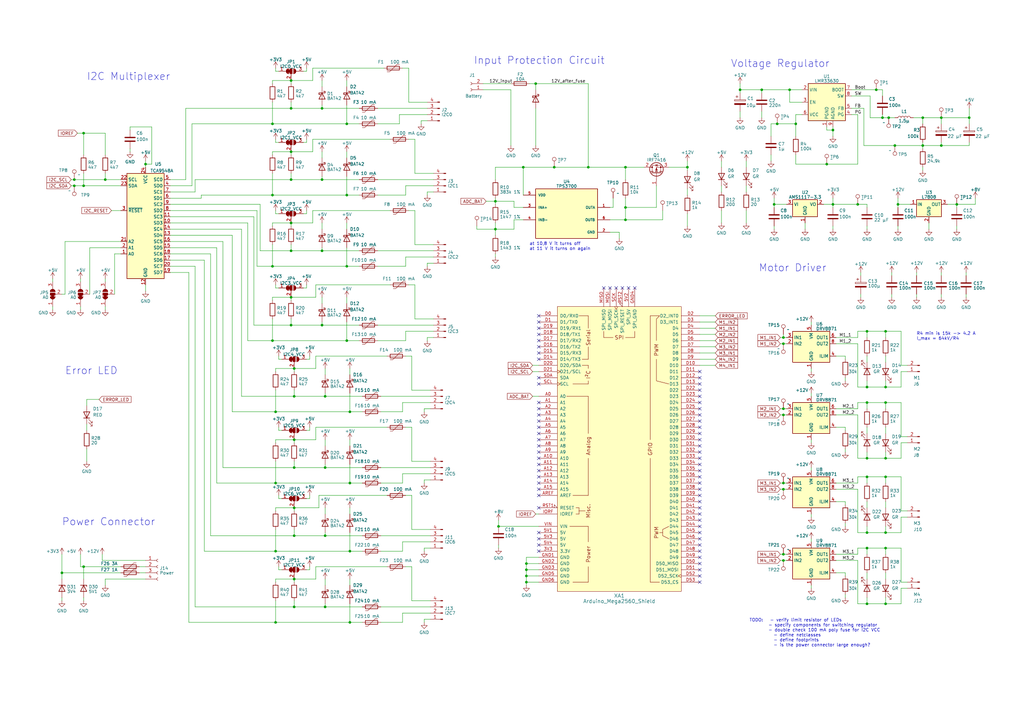
<source format=kicad_sch>
(kicad_sch (version 20230121) (generator eeschema)
  (paper "A3")
  (title_block (title "RoCCI Shield") (date "2023-06-23") (rev "0.2") (company "RoCCI e.V."))
  (junction (at 30.48 76.2))
  (junction (at 120.65 219.71))
  (junction (at 113.03 198.12))
  (junction (at 143.51 226.06))
  (junction (at 120.65 248.92))
  (junction (at 203.2 93.98))
  (junction (at 321.31 170.18))
  (junction (at 323.85 36.83))
  (junction (at 303.53 36.83))
  (junction (at 355.6 165.1))
  (junction (at 355.6 218.44))
  (junction (at 363.22 187.96))
  (junction (at 318.77 50.8))
  (junction (at 281.94 68.58))
  (junction (at 120.65 151.13))
  (junction (at 119.38 121.92))
  (junction (at 386.08 59.69))
  (junction (at 143.51 255.27))
  (junction (at 341.63 53.34))
  (junction (at 219.71 34.29))
  (junction (at 321.31 198.12))
  (junction (at 111.76 80.01))
  (junction (at 363.22 195.58))
  (junction (at 392.43 83.82))
  (junction (at 355.6 247.65))
  (junction (at 321.31 229.87))
  (junction (at 227.33 68.58))
  (junction (at 120.65 162.56))
  (junction (at 326.39 50.8))
  (junction (at 368.3 83.82))
  (junction (at 142.24 139.7))
  (junction (at 120.65 191.77))
  (junction (at 351.79 83.82))
  (junction (at 133.35 219.71))
  (junction (at 355.6 224.79))
  (junction (at 312.42 36.83))
  (junction (at 367.03 59.69))
  (junction (at 317.5 83.82))
  (junction (at 359.41 36.83))
  (junction (at 120.65 180.34))
  (junction (at 378.46 48.26))
  (junction (at 355.6 187.96))
  (junction (at 113.03 226.06))
  (junction (at 132.08 133.35))
  (junction (at 43.18 73.66))
  (junction (at 215.9 233.68))
  (junction (at 119.38 133.35))
  (junction (at 142.24 50.8))
  (junction (at 113.03 168.91))
  (junction (at 25.4 234.95))
  (junction (at 355.6 158.75))
  (junction (at 397.51 48.26))
  (junction (at 132.08 44.45))
  (junction (at 361.95 48.26))
  (junction (at 34.29 232.41))
  (junction (at 363.22 224.79))
  (junction (at 34.29 54.61))
  (junction (at 203.2 82.55))
  (junction (at 143.51 198.12))
  (junction (at 111.76 109.22))
  (junction (at 120.65 237.49))
  (junction (at 133.35 191.77))
  (junction (at 215.9 236.22))
  (junction (at 241.3 68.58))
  (junction (at 204.47 215.9))
  (junction (at 378.46 59.69))
  (junction (at 363.22 218.44))
  (junction (at 321.31 200.66))
  (junction (at 215.9 238.76))
  (junction (at 119.38 44.45))
  (junction (at 119.38 62.23))
  (junction (at 321.31 140.97))
  (junction (at 119.38 91.44))
  (junction (at 59.69 67.31))
  (junction (at 256.54 68.58))
  (junction (at 321.31 167.64))
  (junction (at 132.08 73.66))
  (junction (at 355.6 195.58))
  (junction (at 215.9 231.14))
  (junction (at 355.6 135.89))
  (junction (at 143.51 168.91))
  (junction (at 386.08 48.26))
  (junction (at 111.76 139.7))
  (junction (at 321.31 138.43))
  (junction (at 133.35 248.92))
  (junction (at 119.38 102.87))
  (junction (at 111.76 50.8))
  (junction (at 363.22 247.65))
  (junction (at 119.38 73.66))
  (junction (at 133.35 162.56))
  (junction (at 339.09 67.31))
  (junction (at 321.31 227.33))
  (junction (at 256.54 90.17))
  (junction (at 363.22 165.1))
  (junction (at 142.24 109.22))
  (junction (at 34.29 76.2))
  (junction (at 119.38 33.02))
  (junction (at 132.08 102.87))
  (junction (at 113.03 255.27))
  (junction (at 363.22 158.75))
  (junction (at 30.48 73.66))
  (junction (at 363.22 135.89))
  (junction (at 341.63 83.82))
  (junction (at 120.65 208.28))
  (junction (at 214.63 68.58))
  (junction (at 142.24 80.01))
  (junction (at 256.54 85.09))
  (junction (at 364.49 48.26))
  (no_connect (at 287.02 236.22))
  (no_connect (at 220.98 198.12))
  (no_connect (at 220.98 200.66))
  (no_connect (at 287.02 165.1))
  (no_connect (at 220.98 220.98))
  (no_connect (at 220.98 172.72))
  (no_connect (at 287.02 190.5))
  (no_connect (at 287.02 172.72))
  (no_connect (at 287.02 203.2))
  (no_connect (at 220.98 226.06))
  (no_connect (at 260.35 118.11))
  (no_connect (at 287.02 213.36))
  (no_connect (at 220.98 195.58))
  (no_connect (at 220.98 129.54))
  (no_connect (at 287.02 167.64))
  (no_connect (at 287.02 180.34))
  (no_connect (at 287.02 185.42))
  (no_connect (at 220.98 193.04))
  (no_connect (at 287.02 200.66))
  (no_connect (at 287.02 238.76))
  (no_connect (at 287.02 210.82))
  (no_connect (at 220.98 187.96))
  (no_connect (at 220.98 144.78))
  (no_connect (at 220.98 157.48))
  (no_connect (at 255.27 118.11))
  (no_connect (at 220.98 147.32))
  (no_connect (at 287.02 187.96))
  (no_connect (at 287.02 226.06))
  (no_connect (at 220.98 134.62))
  (no_connect (at 220.98 190.5))
  (no_connect (at 220.98 142.24))
  (no_connect (at 220.98 203.2))
  (no_connect (at 287.02 223.52))
  (no_connect (at 287.02 182.88))
  (no_connect (at 220.98 165.1))
  (no_connect (at 287.02 208.28))
  (no_connect (at 220.98 167.64))
  (no_connect (at 250.19 118.11))
  (no_connect (at 287.02 177.8))
  (no_connect (at 287.02 162.56))
  (no_connect (at 220.98 139.7))
  (no_connect (at 220.98 170.18))
  (no_connect (at 287.02 193.04))
  (no_connect (at 220.98 132.08))
  (no_connect (at 287.02 157.48))
  (no_connect (at 220.98 177.8))
  (no_connect (at 220.98 185.42))
  (no_connect (at 252.73 118.11))
  (no_connect (at 287.02 175.26))
  (no_connect (at 220.98 218.44))
  (no_connect (at 287.02 152.4))
  (no_connect (at 220.98 182.88))
  (no_connect (at 287.02 195.58))
  (no_connect (at 287.02 160.02))
  (no_connect (at 287.02 228.6))
  (no_connect (at 287.02 218.44))
  (no_connect (at 220.98 208.28))
  (no_connect (at 257.81 118.11))
  (no_connect (at 220.98 154.94))
  (no_connect (at 287.02 231.14))
  (no_connect (at 220.98 137.16))
  (no_connect (at 287.02 220.98))
  (no_connect (at 247.65 118.11))
  (no_connect (at 287.02 198.12))
  (no_connect (at 220.98 175.26))
  (no_connect (at 287.02 170.18))
  (no_connect (at 287.02 154.94))
  (no_connect (at 220.98 223.52))
  (no_connect (at 287.02 233.68))
  (no_connect (at 220.98 180.34))
  (no_connect (at 287.02 215.9))
  (no_connect (at 287.02 205.74))
  (wire (pts (xy 53.34 52.07) (xy 53.34 53.34)))
  (wire (pts (xy 165.1 251.46) (xy 176.53 251.46)))
  (wire (pts (xy 397.51 58.42) (xy 397.51 59.69)))
  (wire (pts (xy 43.18 240.03) (xy 43.18 237.49)))
  (wire (pts (xy 256.54 90.17) (xy 250.19 90.17)))
  (wire (pts (xy 143.51 161.29) (xy 143.51 168.91)))
  (wire (pts (xy 198.12 36.83) (xy 209.55 36.83)))
  (wire (pts (xy 128.27 62.23) (xy 119.38 62.23)))
  (wire (pts (xy 287.02 142.24) (xy 293.37 142.24)))
  (wire (pts (xy 369.57 209.55) (xy 369.57 195.58)))
  (wire (pts (xy 132.08 133.35) (xy 132.08 132.08)))
  (wire (pts (xy 355.6 205.74) (xy 355.6 208.28)))
  (wire (pts (xy 396.24 120.65) (xy 396.24 121.92)))
  (wire (pts (xy 378.46 59.69) (xy 386.08 59.69)))
  (wire (pts (xy 220.98 228.6) (xy 215.9 228.6)))
  (wire (pts (xy 113.03 58.42) (xy 113.03 57.15)))
  (wire (pts (xy 119.38 133.35) (xy 119.38 130.81)))
  (wire (pts (xy 363.22 195.58) (xy 363.22 198.12)))
  (wire (pts (xy 355.6 215.9) (xy 355.6 218.44)))
  (wire (pts (xy 133.35 180.34) (xy 133.35 182.88)))
  (wire (pts (xy 120.65 248.92) (xy 120.65 246.38)))
  (wire (pts (xy 86.36 104.14) (xy 69.85 104.14)))
  (wire (pts (xy 114.3 58.42) (xy 113.03 58.42)))
  (wire (pts (xy 388.62 83.82) (xy 392.43 83.82)))
  (wire (pts (xy 378.46 68.58) (xy 378.46 69.85)))
  (wire (pts (xy 342.9 175.26) (xy 346.71 175.26)))
  (wire (pts (xy 170.18 116.84) (xy 167.64 116.84)))
  (wire (pts (xy 351.79 195.58) (xy 351.79 198.12)))
  (wire (pts (xy 355.6 195.58) (xy 351.79 195.58)))
  (wire (pts (xy 111.76 121.92) (xy 111.76 123.19)))
  (wire (pts (xy 177.8 100.33) (xy 170.18 100.33)))
  (wire (pts (xy 363.22 135.89) (xy 363.22 138.43)))
  (wire (pts (xy 113.03 151.13) (xy 113.03 152.4)))
  (wire (pts (xy 173.99 254) (xy 176.53 254)))
  (wire (pts (xy 355.6 218.44) (xy 363.22 218.44)))
  (wire (pts (xy 132.08 33.02) (xy 132.08 35.56)))
  (wire (pts (xy 326.39 46.99) (xy 326.39 50.8)))
  (wire (pts (xy 355.6 156.21) (xy 355.6 158.75)))
  (wire (pts (xy 400.05 83.82) (xy 400.05 81.28)))
  (wire (pts (xy 166.37 139.7) (xy 166.37 135.89)))
  (wire (pts (xy 355.6 234.95) (xy 355.6 237.49)))
  (wire (pts (xy 320.04 170.18) (xy 321.31 170.18)))
  (wire (pts (xy 176.53 217.17) (xy 168.91 217.17)))
  (wire (pts (xy 119.38 121.92) (xy 111.76 121.92)))
  (wire (pts (xy 287.02 132.08) (xy 293.37 132.08)))
  (wire (pts (xy 43.18 125.73) (xy 43.18 127)))
  (wire (pts (xy 34.29 71.12) (xy 34.29 76.2)))
  (wire (pts (xy 120.65 191.77) (xy 91.44 191.77)))
  (wire (pts (xy 142.24 50.8) (xy 147.32 50.8)))
  (wire (pts (xy 132.08 44.45) (xy 119.38 44.45)))
  (wire (pts (xy 281.94 68.58) (xy 281.94 69.85)))
  (wire (pts (xy 321.31 138.43) (xy 322.58 138.43)))
  (wire (pts (xy 168.91 232.41) (xy 166.37 232.41)))
  (wire (pts (xy 330.2 91.44) (xy 330.2 93.98)))
  (wire (pts (xy 30.48 76.2) (xy 34.29 76.2)))
  (wire (pts (xy 111.76 33.02) (xy 111.76 34.29)))
  (wire (pts (xy 143.51 255.27) (xy 113.03 255.27)))
  (wire (pts (xy 143.51 190.5) (xy 143.51 198.12)))
  (wire (pts (xy 35.56 166.37) (xy 35.56 163.83)))
  (wire (pts (xy 173.99 226.06) (xy 173.99 224.79)))
  (wire (pts (xy 77.47 111.76) (xy 69.85 111.76)))
  (wire (pts (xy 170.18 86.36) (xy 170.18 100.33)))
  (wire (pts (xy 220.98 215.9) (xy 204.47 215.9)))
  (wire (pts (xy 165.1 222.25) (xy 176.53 222.25)))
  (wire (pts (xy 62.23 67.31) (xy 62.23 52.07)))
  (wire (pts (xy 349.25 36.83) (xy 359.41 36.83)))
  (wire (pts (xy 199.39 82.55) (xy 203.2 82.55)))
  (wire (pts (xy 323.85 36.83) (xy 328.93 36.83)))
  (wire (pts (xy 173.99 168.91) (xy 173.99 167.64)))
  (wire (pts (xy 142.24 139.7) (xy 147.32 139.7)))
  (wire (pts (xy 59.69 66.04) (xy 59.69 67.31)))
  (wire (pts (xy 321.31 140.97) (xy 322.58 140.97)))
  (wire (pts (xy 154.94 102.87) (xy 177.8 102.87)))
  (wire (pts (xy 132.08 121.92) (xy 132.08 124.46)))
  (wire (pts (xy 274.32 68.58) (xy 281.94 68.58)))
  (wire (pts (xy 133.35 151.13) (xy 133.35 153.67)))
  (wire (pts (xy 295.91 76.2) (xy 295.91 78.74)))
  (wire (pts (xy 369.57 179.07) (xy 372.11 179.07)))
  (wire (pts (xy 128.27 86.36) (xy 128.27 91.44)))
  (wire (pts (xy 306.07 76.2) (xy 306.07 78.74)))
  (wire (pts (xy 95.25 96.52) (xy 95.25 168.91)))
  (wire (pts (xy 129.54 121.92) (xy 119.38 121.92)))
  (wire (pts (xy 342.9 234.95) (xy 346.71 234.95)))
  (wire (pts (xy 374.65 48.26) (xy 378.46 48.26)))
  (wire (pts (xy 251.46 85.09) (xy 251.46 81.28)))
  (wire (pts (xy 133.35 208.28) (xy 133.35 210.82)))
  (wire (pts (xy 317.5 92.71) (xy 317.5 93.98)))
  (wire (pts (xy 203.2 73.66) (xy 203.2 68.58)))
  (wire (pts (xy 156.21 162.56) (xy 176.53 162.56)))
  (wire (pts (xy 59.69 67.31) (xy 59.69 68.58)))
  (wire (pts (xy 355.6 158.75) (xy 351.79 158.75)))
  (wire (pts (xy 34.29 54.61) (xy 34.29 63.5)))
  (wire (pts (xy 306.07 68.58) (xy 306.07 66.04)))
  (wire (pts (xy 306.07 86.36) (xy 306.07 91.44)))
  (wire (pts (xy 33.02 125.73) (xy 33.02 127)))
  (wire (pts (xy 46.99 120.65) (xy 46.99 104.14)))
  (wire (pts (xy 215.9 236.22) (xy 215.9 238.76)))
  (wire (pts (xy 250.19 95.25) (xy 254 95.25)))
  (wire (pts (xy 36.83 120.65) (xy 36.83 101.6)))
  (wire (pts (xy 397.51 48.26) (xy 386.08 48.26)))
  (wire (pts (xy 128.27 33.02) (xy 119.38 33.02)))
  (wire (pts (xy 320.04 140.97) (xy 321.31 140.97)))
  (wire (pts (xy 326.39 50.8) (xy 326.39 55.88)))
  (wire (pts (xy 114.3 29.21) (xy 113.03 29.21)))
  (wire (pts (xy 69.85 91.44) (xy 101.6 91.44)))
  (wire (pts (xy 203.2 82.55) (xy 210.82 82.55)))
  (wire (pts (xy 91.44 191.77) (xy 91.44 99.06)))
  (wire (pts (xy 312.42 36.83) (xy 312.42 38.1)))
  (wire (pts (xy 69.85 78.74) (xy 80.01 78.74)))
  (wire (pts (xy 133.35 162.56) (xy 120.65 162.56)))
  (wire (pts (xy 33.02 114.3) (xy 33.02 115.57)))
  (wire (pts (xy 43.18 114.3) (xy 43.18 115.57)))
  (wire (pts (xy 83.82 226.06) (xy 83.82 106.68)))
  (wire (pts (xy 80.01 109.22) (xy 80.01 248.92)))
  (wire (pts (xy 355.6 83.82) (xy 355.6 85.09)))
  (wire (pts (xy 156.21 219.71) (xy 176.53 219.71)))
  (wire (pts (xy 351.79 135.89) (xy 351.79 138.43)))
  (wire (pts (xy 321.31 170.18) (xy 322.58 170.18)))
  (wire (pts (xy 45.72 86.36) (xy 49.53 86.36)))
  (wire (pts (xy 25.4 234.95) (xy 25.4 227.33)))
  (wire (pts (xy 367.03 59.69) (xy 378.46 59.69)))
  (wire (pts (xy 34.29 76.2) (xy 49.53 76.2)))
  (wire (pts (xy 386.08 111.76) (xy 386.08 113.03)))
  (wire (pts (xy 142.24 33.02) (xy 142.24 35.56)))
  (wire (pts (xy 143.51 180.34) (xy 143.51 182.88)))
  (wire (pts (xy 363.22 165.1) (xy 369.57 165.1)))
  (wire (pts (xy 167.64 27.94) (xy 165.1 27.94)))
  (wire (pts (xy 129.54 180.34) (xy 120.65 180.34)))
  (wire (pts (xy 219.71 34.29) (xy 241.3 34.29)))
  (wire (pts (xy 287.02 137.16) (xy 293.37 137.16)))
  (wire (pts (xy 132.08 133.35) (xy 119.38 133.35)))
  (wire (pts (xy 295.91 68.58) (xy 295.91 66.04)))
  (wire (pts (xy 363.22 224.79) (xy 363.22 227.33)))
  (wire (pts (xy 219.71 44.45) (xy 219.71 59.69)))
  (wire (pts (xy 332.74 240.03) (xy 332.74 241.3)))
  (wire (pts (xy 218.44 152.4) (xy 220.98 152.4)))
  (wire (pts (xy 34.29 54.61) (xy 31.75 54.61)))
  (wire (pts (xy 365.76 111.76) (xy 365.76 113.03)))
  (wire (pts (xy 351.79 247.65) (xy 351.79 229.87)))
  (wire (pts (xy 332.74 132.08) (xy 332.74 133.35)))
  (wire (pts (xy 256.54 81.28) (xy 256.54 85.09)))
  (wire (pts (xy 332.74 210.82) (xy 332.74 212.09)))
  (wire (pts (xy 142.24 62.23) (xy 142.24 64.77)))
  (wire (pts (xy 77.47 255.27) (xy 77.47 111.76)))
  (wire (pts (xy 355.6 185.42) (xy 355.6 187.96)))
  (wire (pts (xy 113.03 180.34) (xy 113.03 181.61)))
  (wire (pts (xy 215.9 238.76) (xy 220.98 238.76)))
  (wire (pts (xy 359.41 36.83) (xy 361.95 36.83)))
  (wire (pts (xy 220.98 236.22) (xy 215.9 236.22)))
  (wire (pts (xy 346.71 205.74) (xy 346.71 207.01)))
  (wire (pts (xy 143.51 226.06) (xy 113.03 226.06)))
  (wire (pts (xy 129.54 146.05) (xy 129.54 151.13)))
  (wire (pts (xy 218.44 149.86) (xy 220.98 149.86)))
  (wire (pts (xy 392.43 83.82) (xy 400.05 83.82)))
  (wire (pts (xy 287.02 147.32) (xy 293.37 147.32)))
  (wire (pts (xy 397.51 59.69) (xy 386.08 59.69)))
  (wire (pts (xy 175.26 139.7) (xy 175.26 138.43)))
  (wire (pts (xy 227.33 68.58) (xy 241.3 68.58)))
  (wire (pts (xy 130.81 208.28) (xy 120.65 208.28)))
  (wire (pts (xy 321.31 200.66) (xy 322.58 200.66)))
  (wire (pts (xy 113.03 226.06) (xy 113.03 217.17)))
  (wire (pts (xy 281.94 77.47) (xy 281.94 80.01)))
  (wire (pts (xy 176.53 160.02) (xy 168.91 160.02)))
  (wire (pts (xy 269.24 76.2) (xy 269.24 85.09)))
  (wire (pts (xy 203.2 104.14) (xy 203.2 105.41)))
  (wire (pts (xy 214.63 90.17) (xy 210.82 90.17)))
  (wire (pts (xy 26.67 120.65) (xy 26.67 99.06)))
  (wire (pts (xy 363.22 218.44) (xy 369.57 218.44)))
  (wire (pts (xy 128.27 91.44) (xy 119.38 91.44)))
  (wire (pts (xy 346.71 214.63) (xy 346.71 215.9)))
  (wire (pts (xy 341.63 53.34) (xy 341.63 55.88)))
  (wire (pts (xy 346.71 184.15) (xy 346.71 185.42)))
  (wire (pts (xy 220.98 233.68) (xy 215.9 233.68)))
  (wire (pts (xy 142.24 132.08) (xy 142.24 139.7)))
  (wire (pts (xy 105.41 86.36) (xy 69.85 86.36)))
  (wire (pts (xy 115.57 147.32) (xy 114.3 147.32)))
  (wire (pts (xy 165.1 255.27) (xy 165.1 251.46)))
  (wire (pts (xy 143.51 198.12) (xy 148.59 198.12)))
  (wire (pts (xy 219.71 210.82) (xy 220.98 210.82)))
  (wire (pts (xy 355.6 92.71) (xy 355.6 93.98)))
  (wire (pts (xy 113.03 87.63) (xy 113.03 86.36)))
  (wire (pts (xy 351.79 227.33) (xy 342.9 227.33)))
  (wire (pts (xy 120.65 151.13) (xy 120.65 152.4)))
  (wire (pts (xy 355.6 165.1) (xy 351.79 165.1)))
  (wire (pts (xy 76.2 44.45) (xy 119.38 44.45)))
  (wire (pts (xy 129.54 237.49) (xy 120.65 237.49)))
  (wire (pts (xy 364.49 48.26) (xy 367.03 48.26)))
  (wire (pts (xy 69.85 101.6) (xy 88.9 101.6)))
  (wire (pts (xy 142.24 50.8) (xy 111.76 50.8)))
  (wire (pts (xy 339.09 67.31) (xy 351.79 67.31)))
  (wire (pts (xy 104.14 133.35) (xy 104.14 88.9)))
  (wire (pts (xy 332.74 191.77) (xy 332.74 193.04)))
  (wire (pts (xy 175.26 138.43) (xy 177.8 138.43)))
  (wire (pts (xy 156.21 168.91) (xy 165.1 168.91)))
  (wire (pts (xy 339.09 52.07) (xy 339.09 53.34)))
  (wire (pts (xy 129.54 175.26) (xy 129.54 180.34)))
  (wire (pts (xy 165.1 165.1) (xy 176.53 165.1)))
  (wire (pts (xy 80.01 73.66) (xy 119.38 73.66)))
  (wire (pts (xy 113.03 255.27) (xy 113.03 246.38)))
  (wire (pts (xy 369.57 212.09) (xy 372.11 212.09)))
  (wire (pts (xy 125.73 147.32) (xy 127 147.32)))
  (wire (pts (xy 203.2 93.98) (xy 203.2 96.52)))
  (wire (pts (xy 168.91 175.26) (xy 166.37 175.26)))
  (wire (pts (xy 363.22 187.96) (xy 369.57 187.96)))
  (wire (pts (xy 353.06 120.65) (xy 353.06 121.92)))
  (wire (pts (xy 215.9 233.68) (xy 215.9 236.22)))
  (wire (pts (xy 173.99 224.79) (xy 176.53 224.79)))
  (wire (pts (xy 369.57 179.07) (xy 369.57 165.1)))
  (wire (pts (xy 114.3 176.53) (xy 114.3 175.26)))
  (wire (pts (xy 41.91 227.33) (xy 41.91 229.87)))
  (wire (pts (xy 346.71 154.94) (xy 346.71 156.21)))
  (wire (pts (xy 133.35 248.92) (xy 120.65 248.92)))
  (wire (pts (xy 368.3 92.71) (xy 368.3 93.98)))
  (wire (pts (xy 210.82 93.98) (xy 203.2 93.98)))
  (wire (pts (xy 355.6 245.11) (xy 355.6 247.65)))
  (wire (pts (xy 125.73 176.53) (xy 127 176.53)))
  (wire (pts (xy 156.21 226.06) (xy 165.1 226.06)))
  (wire (pts (xy 143.51 237.49) (xy 143.51 240.03)))
  (wire (pts (xy 303.53 36.83) (xy 312.42 36.83)))
  (wire (pts (xy 363.22 185.42) (xy 363.22 187.96)))
  (wire (pts (xy 351.79 140.97) (xy 342.9 140.97)))
  (wire (pts (xy 369.57 209.55) (xy 372.11 209.55)))
  (wire (pts (xy 142.24 80.01) (xy 111.76 80.01)))
  (wire (pts (xy 361.95 48.26) (xy 364.49 48.26)))
  (wire (pts (xy 287.02 134.62) (xy 293.37 134.62)))
  (wire (pts (xy 160.02 57.15) (xy 128.27 57.15)))
  (wire (pts (xy 78.74 50.8) (xy 111.76 50.8)))
  (wire (pts (xy 49.53 232.41) (xy 34.29 232.41)))
  (wire (pts (xy 316.23 50.8) (xy 318.77 50.8)))
  (wire (pts (xy 168.91 203.2) (xy 168.91 217.17)))
  (wire (pts (xy 349.25 44.45) (xy 354.33 44.45)))
  (wire (pts (xy 203.2 82.55) (xy 203.2 83.82)))
  (wire (pts (xy 351.79 158.75) (xy 351.79 140.97)))
  (wire (pts (xy 353.06 111.76) (xy 353.06 113.03)))
  (wire (pts (xy 69.85 81.28) (xy 82.55 81.28)))
  (wire (pts (xy 143.51 247.65) (xy 143.51 255.27)))
  (wire (pts (xy 166.37 76.2) (xy 177.8 76.2)))
  (wire (pts (xy 132.08 91.44) (xy 132.08 93.98)))
  (wire (pts (xy 287.02 139.7) (xy 293.37 139.7)))
  (wire (pts (xy 133.35 191.77) (xy 120.65 191.77)))
  (wire (pts (xy 316.23 63.5) (xy 316.23 66.04)))
  (wire (pts (xy 355.6 158.75) (xy 363.22 158.75)))
  (wire (pts (xy 120.65 219.71) (xy 86.36 219.71)))
  (wire (pts (xy 132.08 62.23) (xy 132.08 64.77)))
  (wire (pts (xy 203.2 91.44) (xy 203.2 93.98)))
  (wire (pts (xy 76.2 73.66) (xy 76.2 44.45)))
  (wire (pts (xy 43.18 73.66) (xy 49.53 73.66)))
  (wire (pts (xy 392.43 92.71) (xy 392.43 93.98)))
  (wire (pts (xy 120.65 180.34) (xy 120.65 181.61)))
  (wire (pts (xy 35.56 173.99) (xy 35.56 176.53)))
  (wire (pts (xy 132.08 102.87) (xy 132.08 101.6)))
  (wire (pts (xy 33.02 232.41) (xy 33.02 227.33)))
  (wire (pts (xy 369.57 238.76) (xy 369.57 224.79)))
  (wire (pts (xy 119.38 44.45) (xy 119.38 41.91)))
  (wire (pts (xy 133.35 219.71) (xy 133.35 218.44)))
  (wire (pts (xy 386.08 59.69) (xy 386.08 58.42)))
  (wire (pts (xy 132.08 133.35) (xy 147.32 133.35)))
  (wire (pts (xy 355.6 135.89) (xy 351.79 135.89)))
  (wire (pts (xy 128.27 57.15) (xy 128.27 62.23)))
  (wire (pts (xy 210.82 90.17) (xy 210.82 93.98)))
  (wire (pts (xy 125.73 118.11) (xy 125.73 116.84)))
  (wire (pts (xy 142.24 109.22) (xy 111.76 109.22)))
  (wire (pts (xy 363.22 165.1) (xy 355.6 165.1)))
  (wire (pts (xy 346.71 146.05) (xy 346.71 147.32)))
  (wire (pts (xy 158.75 175.26) (xy 129.54 175.26)))
  (wire (pts (xy 76.2 73.66) (xy 69.85 73.66)))
  (wire (pts (xy 142.24 72.39) (xy 142.24 80.01)))
  (wire (pts (xy 320.04 200.66) (xy 321.31 200.66)))
  (wire (pts (xy 119.38 62.23) (xy 111.76 62.23)))
  (wire (pts (xy 133.35 219.71) (xy 120.65 219.71)))
  (wire (pts (xy 351.79 83.82) (xy 355.6 83.82)))
  (wire (pts (xy 386.08 50.8) (xy 386.08 48.26)))
  (wire (pts (xy 214.63 80.01) (xy 214.63 68.58)))
  (wire (pts (xy 113.03 255.27) (xy 77.47 255.27)))
  (wire (pts (xy 363.22 165.1) (xy 363.22 167.64)))
  (wire (pts (xy 175.26 80.01) (xy 175.26 78.74)))
  (wire (pts (xy 355.6 187.96) (xy 351.79 187.96)))
  (wire (pts (xy 132.08 102.87) (xy 147.32 102.87)))
  (wire (pts (xy 177.8 130.81) (xy 170.18 130.81)))
  (wire (pts (xy 43.18 71.12) (xy 43.18 73.66)))
  (wire (pts (xy 127 176.53) (xy 127 175.26)))
  (wire (pts (xy 130.81 203.2) (xy 130.81 208.28)))
  (wire (pts (xy 132.08 44.45) (xy 147.32 44.45)))
  (wire (pts (xy 127 233.68) (xy 127 232.41)))
  (wire (pts (xy 133.35 162.56) (xy 148.59 162.56)))
  (wire (pts (xy 369.57 158.75) (xy 369.57 152.4)))
  (wire (pts (xy 173.99 198.12) (xy 173.99 196.85)))
  (wire (pts (xy 111.76 139.7) (xy 111.76 130.81)))
  (wire (pts (xy 369.57 187.96) (xy 369.57 181.61)))
  (wire (pts (xy 59.69 67.31) (xy 62.23 67.31)))
  (wire (pts (xy 170.18 57.15) (xy 170.18 71.12)))
  (wire (pts (xy 129.54 151.13) (xy 120.65 151.13)))
  (wire (pts (xy 125.73 87.63) (xy 125.73 86.36)))
  (wire (pts (xy 375.92 120.65) (xy 375.92 121.92)))
  (wire (pts (xy 25.4 245.11) (xy 25.4 246.38)))
  (wire (pts (xy 132.08 73.66) (xy 119.38 73.66)))
  (wire (pts (xy 363.22 247.65) (xy 369.57 247.65)))
  (wire (pts (xy 318.77 50.8) (xy 326.39 50.8)))
  (wire (pts (xy 173.99 255.27) (xy 173.99 254)))
  (wire (pts (xy 165.1 194.31) (xy 176.53 194.31)))
  (wire (pts (xy 175.26 109.22) (xy 175.26 107.95)))
  (wire (pts (xy 342.9 205.74) (xy 346.71 205.74)))
  (wire (pts (xy 160.02 86.36) (xy 128.27 86.36)))
  (wire (pts (xy 175.26 41.91) (xy 167.64 41.91)))
  (wire (pts (xy 220.98 231.14) (xy 215.9 231.14)))
  (wire (pts (xy 143.51 208.28) (xy 143.51 210.82)))
  (wire (pts (xy 78.74 76.2) (xy 78.74 50.8)))
  (wire (pts (xy 369.57 149.86) (xy 372.11 149.86)))
  (wire (pts (xy 165.1 198.12) (xy 165.1 194.31)))
  (wire (pts (xy 356.87 39.37) (xy 349.25 39.37)))
  (wire (pts (xy 312.42 45.72) (xy 312.42 48.26)))
  (wire (pts (xy 125.73 204.47) (xy 127 204.47)))
  (wire (pts (xy 287.02 149.86) (xy 293.37 149.86)))
  (wire (pts (xy 355.6 247.65) (xy 351.79 247.65)))
  (wire (pts (xy 34.29 232.41) (xy 33.02 232.41)))
  (wire (pts (xy 177.8 71.12) (xy 170.18 71.12)))
  (wire (pts (xy 173.99 167.64) (xy 176.53 167.64)))
  (wire (pts (xy 69.85 109.22) (xy 80.01 109.22)))
  (wire (pts (xy 29.21 73.66) (xy 30.48 73.66)))
  (wire (pts (xy 365.76 120.65) (xy 365.76 121.92)))
  (wire (pts (xy 114.3 204.47) (xy 114.3 203.2)))
  (wire (pts (xy 106.68 102.87) (xy 106.68 83.82)))
  (wire (pts (xy 43.18 237.49) (xy 59.69 237.49)))
  (wire (pts (xy 113.03 118.11) (xy 113.03 116.84)))
  (wire (pts (xy 114.3 147.32) (xy 114.3 146.05)))
  (wire (pts (xy 341.63 83.82) (xy 341.63 81.28)))
  (wire (pts (xy 104.14 133.35) (xy 119.38 133.35)))
  (wire (pts (xy 35.56 184.15) (xy 35.56 189.23)))
  (wire (pts (xy 101.6 139.7) (xy 111.76 139.7)))
  (wire (pts (xy 156.21 191.77) (xy 176.53 191.77)))
  (wire (pts (xy 369.57 149.86) (xy 369.57 135.89)))
  (wire (pts (xy 303.53 45.72) (xy 303.53 48.26)))
  (wire (pts (xy 355.6 247.65) (xy 363.22 247.65)))
  (wire (pts (xy 170.18 86.36) (xy 167.64 86.36)))
  (wire (pts (xy 218.44 162.56) (xy 220.98 162.56)))
  (wire (pts (xy 317.5 83.82) (xy 317.5 81.28)))
  (wire (pts (xy 303.53 38.1) (xy 303.53 36.83)))
  (wire (pts (xy 129.54 232.41) (xy 129.54 237.49)))
  (wire (pts (xy 378.46 59.69) (xy 378.46 60.96)))
  (wire (pts (xy 25.4 120.65) (xy 26.67 120.65)))
  (wire (pts (xy 271.78 90.17) (xy 271.78 86.36)))
  (wire (pts (xy 351.79 229.87) (xy 342.9 229.87)))
  (wire (pts (xy 29.21 76.2) (xy 30.48 76.2)))
  (wire (pts (xy 166.37 135.89) (xy 177.8 135.89)))
  (wire (pts (xy 170.18 116.84) (xy 170.18 130.81)))
  (wire (pts (xy 321.31 167.64) (xy 322.58 167.64)))
  (wire (pts (xy 323.85 41.91) (xy 323.85 36.83)))
  (wire (pts (xy 34.29 245.11) (xy 34.29 246.38)))
  (wire (pts (xy 341.63 83.82) (xy 351.79 83.82)))
  (wire (pts (xy 168.91 146.05) (xy 168.91 160.02)))
  (wire (pts (xy 43.18 54.61) (xy 43.18 63.5)))
  (wire (pts (xy 143.51 226.06) (xy 148.59 226.06)))
  (wire (pts (xy 133.35 237.49) (xy 133.35 240.03)))
  (wire (pts (xy 119.38 33.02) (xy 111.76 33.02)))
  (wire (pts (xy 355.6 135.89) (xy 355.6 138.43)))
  (wire (pts (xy 154.94 139.7) (xy 166.37 139.7)))
  (wire (pts (xy 163.83 50.8) (xy 163.83 46.99)))
  (wire (pts (xy 198.12 34.29) (xy 209.55 34.29)))
  (wire (pts (xy 154.94 44.45) (xy 175.26 44.45)))
  (wire (pts (xy 113.03 208.28) (xy 113.03 209.55)))
  (wire (pts (xy 316.23 55.88) (xy 316.23 50.8)))
  (wire (pts (xy 356.87 48.26) (xy 361.95 48.26)))
  (wire (pts (xy 322.58 83.82) (xy 317.5 83.82)))
  (wire (pts (xy 321.31 198.12) (xy 322.58 198.12)))
  (wire (pts (xy 62.23 52.07) (xy 53.34 52.07)))
  (wire (pts (xy 303.53 34.29) (xy 303.53 36.83)))
  (wire (pts (xy 113.03 226.06) (xy 83.82 226.06)))
  (wire (pts (xy 114.3 87.63) (xy 113.03 87.63)))
  (wire (pts (xy 256.54 73.66) (xy 256.54 68.58)))
  (wire (pts (xy 355.6 195.58) (xy 355.6 198.12)))
  (wire (pts (xy 114.3 233.68) (xy 114.3 232.41)))
  (wire (pts (xy 363.22 245.11) (xy 363.22 247.65)))
  (wire (pts (xy 351.79 187.96) (xy 351.79 170.18)))
  (wire (pts (xy 142.24 109.22) (xy 147.32 109.22)))
  (wire (pts (xy 59.69 232.41) (xy 57.15 232.41)))
  (wire (pts (xy 129.54 116.84) (xy 129.54 121.92)))
  (wire (pts (xy 386.08 120.65) (xy 386.08 121.92)))
  (wire (pts (xy 83.82 106.68) (xy 69.85 106.68)))
  (wire (pts (xy 254 95.25) (xy 254 97.79)))
  (wire (pts (xy 168.91 146.05) (xy 166.37 146.05)))
  (wire (pts (xy 158.75 203.2) (xy 130.81 203.2)))
  (wire (pts (xy 165.1 168.91) (xy 165.1 165.1)))
  (wire (pts (xy 323.85 36.83) (xy 312.42 36.83)))
  (wire (pts (xy 99.06 162.56) (xy 99.06 93.98)))
  (wire (pts (xy 355.6 165.1) (xy 355.6 167.64)))
  (wire (pts (xy 203.2 68.58) (xy 214.63 68.58)))
  (wire (pts (xy 361.95 36.83) (xy 361.95 39.37)))
  (wire (pts (xy 115.57 176.53) (xy 114.3 176.53)))
  (wire (pts (xy 125.73 233.68) (xy 127 233.68)))
  (wire (pts (xy 328.93 41.91) (xy 323.85 41.91)))
  (wire (pts (xy 363.22 156.21) (xy 363.22 158.75)))
  (wire (pts (xy 86.36 219.71) (xy 86.36 104.14)))
  (wire (pts (xy 49.53 234.95) (xy 25.4 234.95)))
  (wire (pts (xy 332.74 161.29) (xy 332.74 162.56)))
  (wire (pts (xy 111.76 109.22) (xy 111.76 100.33)))
  (wire (pts (xy 21.59 125.73) (xy 21.59 127)))
  (wire (pts (xy 250.19 85.09) (xy 251.46 85.09)))
  (wire (pts (xy 143.51 168.91) (xy 148.59 168.91)))
  (wire (pts (xy 111.76 91.44) (xy 111.76 92.71)))
  (wire (pts (xy 156.21 255.27) (xy 165.1 255.27)))
  (wire (pts (xy 133.35 191.77) (xy 133.35 190.5)))
  (wire (pts (xy 132.08 102.87) (xy 119.38 102.87)))
  (wire (pts (xy 133.35 162.56) (xy 133.35 161.29)))
  (wire (pts (xy 215.9 228.6) (xy 215.9 231.14)))
  (wire (pts (xy 120.65 191.77) (xy 120.65 189.23)))
  (wire (pts (xy 351.79 138.43) (xy 342.9 138.43)))
  (wire (pts (xy 241.3 34.29) (xy 241.3 68.58)))
  (wire (pts (xy 369.57 152.4) (xy 372.11 152.4)))
  (wire (pts (xy 176.53 246.38) (xy 168.91 246.38)))
  (wire (pts (xy 101.6 91.44) (xy 101.6 139.7)))
  (wire (pts (xy 219.71 36.83) (xy 219.71 34.29)))
  (wire (pts (xy 351.79 200.66) (xy 342.9 200.66)))
  (wire (pts (xy 381 91.44) (xy 381 93.98)))
  (wire (pts (xy 142.24 43.18) (xy 142.24 50.8)))
  (wire (pts (xy 346.71 234.95) (xy 346.71 236.22)))
  (wire (pts (xy 142.24 80.01) (xy 147.32 80.01)))
  (wire (pts (xy 168.91 203.2) (xy 166.37 203.2)))
  (wire (pts (xy 115.57 204.47) (xy 114.3 204.47)))
  (wire (pts (xy 120.65 208.28) (xy 113.03 208.28)))
  (wire (pts (xy 119.38 62.23) (xy 119.38 63.5)))
  (wire (pts (xy 320.04 198.12) (xy 321.31 198.12)))
  (wire (pts (xy 204.47 223.52) (xy 204.47 224.79)))
  (wire (pts (xy 351.79 224.79) (xy 351.79 227.33)))
  (wire (pts (xy 214.63 68.58) (xy 227.33 68.58)))
  (wire (pts (xy 156.21 248.92) (xy 176.53 248.92)))
  (wire (pts (xy 59.69 116.84) (xy 59.69 119.38)))
  (wire (pts (xy 158.75 146.05) (xy 129.54 146.05)))
  (wire (pts (xy 82.55 80.01) (xy 111.76 80.01)))
  (wire (pts (xy 373.38 83.82) (xy 368.3 83.82)))
  (wire (pts (xy 113.03 198.12) (xy 113.03 189.23)))
  (wire (pts (xy 120.65 237.49) (xy 113.03 237.49)))
  (wire (pts (xy 355.6 175.26) (xy 355.6 177.8)))
  (wire (pts (xy 369.57 218.44) (xy 369.57 212.09)))
  (wire (pts (xy 124.46 87.63) (xy 125.73 87.63)))
  (wire (pts (xy 351.79 198.12) (xy 342.9 198.12)))
  (wire (pts (xy 321.31 229.87) (xy 322.58 229.87)))
  (wire (pts (xy 127 147.32) (xy 127 146.05)))
  (wire (pts (xy 351.79 218.44) (xy 351.79 200.66)))
  (wire (pts (xy 375.92 111.76) (xy 375.92 113.03)))
  (wire (pts (xy 317.5 83.82) (xy 317.5 85.09)))
  (wire (pts (xy 99.06 93.98) (xy 69.85 93.98)))
  (wire (pts (xy 166.37 105.41) (xy 177.8 105.41)))
  (wire (pts (xy 269.24 85.09) (xy 256.54 85.09)))
  (wire (pts (xy 361.95 48.26) (xy 361.95 46.99)))
  (wire (pts (xy 127 204.47) (xy 127 203.2)))
  (wire (pts (xy 105.41 109.22) (xy 105.41 86.36)))
  (wire (pts (xy 157.48 27.94) (xy 128.27 27.94)))
  (wire (pts (xy 80.01 248.92) (xy 120.65 248.92)))
  (wire (pts (xy 396.24 111.76) (xy 396.24 113.03)))
  (wire (pts (xy 88.9 198.12) (xy 113.03 198.12)))
  (wire (pts (xy 355.6 187.96) (xy 363.22 187.96)))
  (wire (pts (xy 363.22 205.74) (xy 363.22 208.28)))
  (wire (pts (xy 320.04 227.33) (xy 321.31 227.33)))
  (wire (pts (xy 69.85 76.2) (xy 78.74 76.2)))
  (wire (pts (xy 43.18 54.61) (xy 34.29 54.61)))
  (wire (pts (xy 215.9 240.03) (xy 215.9 238.76)))
  (wire (pts (xy 69.85 96.52) (xy 95.25 96.52)))
  (wire (pts (xy 346.71 175.26) (xy 346.71 176.53)))
  (wire (pts (xy 120.65 180.34) (xy 113.03 180.34)))
  (wire (pts (xy 113.03 168.91) (xy 113.03 160.02)))
  (wire (pts (xy 115.57 233.68) (xy 114.3 233.68)))
  (wire (pts (xy 369.57 247.65) (xy 369.57 241.3)))
  (wire (pts (xy 142.24 101.6) (xy 142.24 109.22)))
  (wire (pts (xy 378.46 48.26) (xy 378.46 50.8)))
  (wire (pts (xy 125.73 58.42) (xy 125.73 57.15)))
  (wire (pts (xy 215.9 231.14) (xy 215.9 233.68)))
  (wire (pts (xy 165.1 226.06) (xy 165.1 222.25)))
  (wire (pts (xy 53.34 60.96) (xy 53.34 62.23)))
  (wire (pts (xy 175.26 78.74) (xy 177.8 78.74)))
  (wire (pts (xy 368.3 83.82) (xy 368.3 81.28)))
  (wire (pts (xy 355.6 224.79) (xy 351.79 224.79)))
  (wire (pts (xy 363.22 158.75) (xy 369.57 158.75)))
  (wire (pts (xy 392.43 85.09) (xy 392.43 83.82)))
  (wire (pts (xy 168.91 232.41) (xy 168.91 246.38)))
  (wire (pts (xy 363.22 175.26) (xy 363.22 177.8)))
  (wire (pts (xy 287.02 129.54) (xy 293.37 129.54)))
  (wire (pts (xy 111.76 62.23) (xy 111.76 63.5)))
  (wire (pts (xy 256.54 68.58) (xy 264.16 68.58)))
  (wire (pts (xy 95.25 168.91) (xy 113.03 168.91)))
  (wire (pts (xy 59.69 234.95) (xy 57.15 234.95)))
  (wire (pts (xy 170.18 57.15) (xy 167.64 57.15)))
  (wire (pts (xy 167.64 27.94) (xy 167.64 41.91)))
  (wire (pts (xy 142.24 91.44) (xy 142.24 93.98)))
  (wire (pts (xy 320.04 167.64) (xy 321.31 167.64)))
  (wire (pts (xy 166.37 109.22) (xy 166.37 105.41)))
  (wire (pts (xy 21.59 114.3) (xy 21.59 115.57)))
  (wire (pts (xy 59.69 229.87) (xy 41.91 229.87)))
  (wire (pts (xy 287.02 144.78) (xy 293.37 144.78)))
  (wire (pts (xy 133.35 248.92) (xy 133.35 247.65)))
  (wire (pts (xy 119.38 33.02) (xy 119.38 34.29)))
  (wire (pts (xy 214.63 85.09) (xy 210.82 85.09)))
  (wire (pts (xy 363.22 135.89) (xy 369.57 135.89)))
  (wire (pts (xy 337.82 83.82) (xy 341.63 83.82)))
  (wire (pts (xy 363.22 215.9) (xy 363.22 218.44)))
  (wire (pts (xy 113.03 237.49) (xy 113.03 238.76)))
  (wire (pts (xy 351.79 67.31) (xy 351.79 46.99)))
  (wire (pts (xy 119.38 121.92) (xy 119.38 123.19)))
  (wire (pts (xy 35.56 163.83) (xy 40.64 163.83)))
  (wire (pts (xy 143.51 151.13) (xy 143.51 153.67)))
  (wire (pts (xy 210.82 85.09) (xy 210.82 82.55)))
  (wire (pts (xy 355.6 224.79) (xy 355.6 227.33)))
  (wire (pts (xy 163.83 46.99) (xy 175.26 46.99)))
  (wire (pts (xy 104.14 88.9) (xy 69.85 88.9)))
  (wire (pts (xy 369.57 181.61) (xy 372.11 181.61)))
  (wire (pts (xy 176.53 189.23) (xy 168.91 189.23)))
  (wire (pts (xy 351.79 165.1) (xy 351.79 167.64)))
  (wire (pts (xy 326.39 67.31) (xy 339.09 67.31)))
  (wire (pts (xy 111.76 50.8) (xy 111.76 41.91)))
  (wire (pts (xy 328.93 46.99) (xy 326.39 46.99)))
  (wire (pts (xy 154.94 50.8) (xy 163.83 50.8)))
  (wire (pts (xy 132.08 73.66) (xy 132.08 72.39)))
  (wire (pts (xy 30.48 73.66) (xy 43.18 73.66)))
  (wire (pts (xy 346.71 243.84) (xy 346.71 245.11)))
  (wire (pts (xy 321.31 137.16) (xy 321.31 138.43)))
  (wire (pts (xy 378.46 58.42) (xy 378.46 59.69)))
  (wire (pts (xy 172.72 49.53) (xy 175.26 49.53)))
  (wire (pts (xy 80.01 78.74) (xy 80.01 73.66)))
  (wire (pts (xy 172.72 50.8) (xy 172.72 49.53)))
  (wire (pts (xy 173.99 196.85) (xy 176.53 196.85)))
  (wire (pts (xy 195.58 92.71) (xy 195.58 93.98)))
  (wire (pts (xy 320.04 138.43) (xy 321.31 138.43)))
  (wire (pts (xy 120.65 208.28) (xy 120.65 209.55)))
  (wire (pts (xy 46.99 104.14) (xy 49.53 104.14)))
  (wire (pts (xy 119.38 91.44) (xy 119.38 92.71)))
  (wire (pts (xy 332.74 151.13) (xy 332.74 152.4)))
  (wire (pts (xy 133.35 219.71) (xy 148.59 219.71)))
  (wire (pts (xy 332.74 180.34) (xy 332.74 181.61)))
  (wire (pts (xy 354.33 44.45) (xy 354.33 59.69)))
  (wire (pts (xy 120.65 162.56) (xy 120.65 160.02)))
  (wire (pts (xy 397.51 48.26) (xy 397.51 50.8)))
  (wire (pts (xy 241.3 68.58) (xy 256.54 68.58)))
  (wire (pts (xy 142.24 139.7) (xy 111.76 139.7)))
  (wire (pts (xy 363.22 195.58) (xy 369.57 195.58)))
  (wire (pts (xy 356.87 39.37) (xy 356.87 48.26)))
  (wire (pts (xy 339.09 53.34) (xy 341.63 53.34)))
  (wire (pts (xy 120.65 237.49) (xy 120.65 238.76)))
  (wire (pts (xy 195.58 93.98) (xy 203.2 93.98)))
  (wire (pts (xy 363.22 224.79) (xy 369.57 224.79)))
  (wire (pts (xy 142.24 121.92) (xy 142.24 124.46)))
  (wire (pts (xy 156.21 198.12) (xy 165.1 198.12)))
  (wire (pts (xy 119.38 73.66) (xy 119.38 71.12)))
  (wire (pts (xy 106.68 83.82) (xy 69.85 83.82)))
  (wire (pts (xy 143.51 255.27) (xy 148.59 255.27)))
  (wire (pts (xy 363.22 146.05) (xy 363.22 148.59)))
  (wire (pts (xy 386.08 48.26) (xy 378.46 48.26)))
  (wire (pts (xy 26.67 99.06) (xy 49.53 99.06)))
  (wire (pts (xy 341.63 92.71) (xy 341.63 93.98)))
  (wire (pts (xy 111.76 109.22) (xy 105.41 109.22)))
  (wire (pts (xy 397.51 48.26) (xy 397.51 44.45)))
  (wire (pts (xy 125.73 29.21) (xy 125.73 27.94)))
  (wire (pts (xy 143.51 198.12) (xy 113.03 198.12)))
  (wire (pts (xy 133.35 191.77) (xy 148.59 191.77)))
  (wire (pts (xy 363.22 135.89) (xy 355.6 135.89)))
  (wire (pts (xy 154.94 80.01) (xy 166.37 80.01)))
  (wire (pts (xy 119.38 91.44) (xy 111.76 91.44)))
  (wire (pts (xy 341.63 83.82) (xy 341.63 85.09)))
  (wire (pts (xy 219.71 34.29) (xy 217.17 34.29)))
  (wire (pts (xy 120.65 151.13) (xy 113.03 151.13)))
  (wire (pts (xy 124.46 118.11) (xy 125.73 118.11)))
  (wire (pts (xy 351.79 167.64) (xy 342.9 167.64)))
  (wire (pts (xy 355.6 218.44) (xy 351.79 218.44)))
  (wire (pts (xy 349.25 46.99) (xy 351.79 46.99)))
  (wire (pts (xy 326.39 63.5) (xy 326.39 67.31)))
  (wire (pts (xy 281.94 87.63) (xy 281.94 92.71)))
  (wire (pts (xy 363.22 195.58) (xy 355.6 195.58)))
  (wire (pts (xy 295.91 86.36) (xy 295.91 91.44)))
  (wire (pts (xy 120.65 162.56) (xy 99.06 162.56)))
  (wire (pts (xy 133.35 248.92) (xy 148.59 248.92)))
  (wire (pts (xy 175.26 107.95) (xy 177.8 107.95)))
  (wire (pts (xy 321.31 227.33) (xy 322.58 227.33)))
  (wire (pts (xy 128.27 27.94) (xy 128.27 33.02)))
  (wire (pts (xy 154.94 73.66) (xy 177.8 73.66)))
  (wire (pts (xy 111.76 80.01) (xy 111.76 71.12)))
  (wire (pts (xy 154.94 109.22) (xy 166.37 109.22)))
  (wire (pts (xy 143.51 218.44) (xy 143.51 226.06)))
  (wire (pts (xy 91.44 99.06) (xy 69.85 99.06)))
  (wire (pts (xy 114.3 118.11) (xy 113.03 118.11)))
  (wire (pts (xy 124.46 58.42) (xy 125.73 58.42)))
  (wire (pts (xy 256.54 90.17) (xy 271.78 90.17)))
  (wire (pts (xy 203.2 81.28) (xy 203.2 82.55)))
  (wire (pts (xy 119.38 102.87) (xy 106.68 102.87)))
  (wire (pts (xy 363.22 224.79) (xy 355.6 224.79)))
  (wire (pts (xy 168.91 175.26) (xy 168.91 189.23)))
  (wire (pts (xy 166.37 80.01) (xy 166.37 76.2)))
  (wire (pts (xy 256.54 85.09) (xy 256.54 90.17)))
  (wire (pts (xy 369.57 241.3) (xy 372.11 241.3)))
  (wire (pts (xy 332.74 220.98) (xy 332.74 222.25)))
  (wire (pts (xy 351.79 170.18) (xy 342.9 170.18)))
  (wire (pts (xy 281.94 68.58) (xy 281.94 66.04)))
  (wire (pts (xy 204.47 215.9) (xy 204.47 213.36)))
  (wire (pts (xy 342.9 146.05) (xy 346.71 146.05)))
  (wire (pts (xy 158.75 232.41) (xy 129.54 232.41)))
  (wire (pts (xy 34.29 232.41) (xy 34.29 237.49)))
  (wire (pts (xy 355.6 146.05) (xy 355.6 148.59)))
  (wire (pts (xy 368.3 83.82) (xy 368.3 85.09)))
  (wire (pts (xy 25.4 234.95) (xy 25.4 237.49)))
  (wire (pts (xy 88.9 101.6) (xy 88.9 198.12)))
  (wire (pts (xy 132.08 44.45) (xy 132.08 43.18)))
  (wire (pts (xy 160.02 116.84) (xy 129.54 116.84)))
  (wire (pts (xy 354.33 59.69) (xy 367.03 59.69)))
  (wire (pts (xy 154.94 133.35) (xy 177.8 133.35)))
  (wire (pts (xy 132.08 73.66) (xy 147.32 73.66)))
  (wire (pts (xy 36.83 101.6) (xy 49.53 101.6)))
  (wire (pts (xy 369.57 238.76) (xy 372.11 238.76)))
  (wire (pts (xy 341.63 53.34) (xy 341.63 52.07)))
  (wire (pts (xy 363.22 234.95) (xy 363.22 237.49)))
  (wire (pts (xy 209.55 36.83) (xy 209.55 59.69)))
  (wire (pts (xy 119.38 102.87) (xy 119.38 100.33)))
  (wire (pts (xy 124.46 29.21) (xy 125.73 29.21)))
  (wire (pts (xy 113.03 29.21) (xy 113.03 27.94)))
  (wire (pts (xy 82.55 81.28) (xy 82.55 80.01)))
  (wire (pts (xy 120.65 219.71) (xy 120.65 217.17)))
  (wire (pts (xy 143.51 168.91) (xy 113.03 168.91)))
  (wire (pts (xy 320.04 229.87) (xy 321.31 229.87)))
  (text "Error LED\n\n" (at 26.67 158.75 0) (effects (font (size 3 3)) (justify left bottom)))
  (text "Motor Driver" (at 311.15 111.76 0) (effects (font (size 3 3)) (justify left bottom)))
  (text "R4 min is 15k -> 4.2 A\nI_max = 64kV/R4\n" (at 375.92 139.7 0) (effects (font (size 1.27 1.27)) (justify left bottom)))
  (text "at 10,8 V it turns off\nat 11 V it turns on again" (at 217.17 102.87 0) (effects (font (size 1.27 1.27)) (justify left bottom)))
  (text "Input Protection Circuit" (at 194.31 26.67 0) (effects (font (size 3 3)) (justify left bottom)))
  (text "I2C Multiplexer\n\n" (at 35.56 38.1 0) (effects (font (size 3 3)) (justify left bottom)))
  (text "Power Connector" (at 25.4 215.9 0) (effects (font (size 3 3)) (justify left bottom)))
  (text "TODO:   - verify limit resistor of LEDs\n        - specify components for switching regulator\n        - double check 100 mA poly fuse for I2C VCC\n		- define netclasses\n		- define footprints\n		- is the power connector large enough?" (at 307.34 265.43 0) (effects (font (size 1.27 1.27)) (justify left bottom)))
  (text "Voltage Regulator\n" (at 299.72 27.94 0) (effects (font (size 3 3)) (justify left bottom)))
  (label "M2_1" (at 345.44 167.64 0))
  (label "M1_1" (at 344.17 138.43 0))
  (label "PG" (at 350.52 46.99 0))
  (label "M3_2" (at 345.44 229.87 0))
  (label "FB" (at 350.52 44.45 0))
  (label "SW" (at 350.52 39.37 0))
  (label "12V_after_fuse" (at 226.06 34.29 0))
  (label "Boot" (at 350.52 36.83 0))
  (label "M3_2" (at 345.44 200.66 0))
  (label "M2_2" (at 345.44 170.18 0))
  (label "M3_1" (at 345.44 198.12 0))
  (label "M1_2" (at 344.17 140.97 0))
  (label "M3_1" (at 345.44 227.33 0))
  (label "12V_input" (at 200.66 34.29 0))
  (global_label "I2C_SCL" (shape input) (at 29.21 73.66 180) (property "Intersheetrefs" "${INTERSHEET_REFS}" (effects hide)))
  (global_label "M2_IN2" (shape input) (at 320.04 170.18 180) (property "Intersheetrefs" "${INTERSHEET_REFS}" (effects hide)))
  (global_label "M1_IN2" (shape input) (at 293.37 132.08 0) (property "Intersheetrefs" "${INTERSHEET_REFS}" (effects hide)))
  (global_label "M4_IN2" (shape input) (at 293.37 147.32 0) (property "Intersheetrefs" "${INTERSHEET_REFS}" (effects hide)))
  (global_label "M2_IN2" (shape input) (at 293.37 137.16 0) (property "Intersheetrefs" "${INTERSHEET_REFS}" (effects hide)))
  (global_label "M4_IN1" (shape input) (at 320.04 227.33 180) (property "Intersheetrefs" "${INTERSHEET_REFS}" (effects hide)))
  (global_label "M1_IN1" (shape input) (at 293.37 134.62 0) (property "Intersheetrefs" "${INTERSHEET_REFS}" (effects hide)))
  (global_label "M4_IN1" (shape input) (at 293.37 149.86 0) (property "Intersheetrefs" "${INTERSHEET_REFS}" (effects hide)))
  (global_label "IOREF" (shape input) (at 219.71 210.82 180) (property "Intersheetrefs" "${INTERSHEET_REFS}" (effects hide)))
  (global_label "M2_IN1" (shape input) (at 293.37 139.7 0) (property "Intersheetrefs" "${INTERSHEET_REFS}" (effects hide)))
  (global_label "M2_IN1" (shape input) (at 320.04 167.64 180) (property "Intersheetrefs" "${INTERSHEET_REFS}" (effects hide)))
  (global_label "M4_IN2" (shape input) (at 320.04 229.87 180) (property "Intersheetrefs" "${INTERSHEET_REFS}" (effects hide)))
  (global_label "ERROR_LED" (shape input) (at 293.37 129.54 0) (property "Intersheetrefs" "${INTERSHEET_REFS}" (effects hide)))
  (global_label "I2C_SDA" (shape input) (at 218.44 149.86 180) (property "Intersheetrefs" "${INTERSHEET_REFS}" (effects hide)))
  (global_label "M1_IN1" (shape input) (at 320.04 138.43 180) (property "Intersheetrefs" "${INTERSHEET_REFS}" (effects hide)))
  (global_label "M3_IN1" (shape input) (at 293.37 144.78 0) (property "Intersheetrefs" "${INTERSHEET_REFS}" (effects hide)))
  (global_label "I2C_SCL" (shape input) (at 218.44 152.4 180) (property "Intersheetrefs" "${INTERSHEET_REFS}" (effects hide)))
  (global_label "M3_IN2" (shape input) (at 293.37 142.24 0) (property "Intersheetrefs" "${INTERSHEET_REFS}" (effects hide)))
  (global_label "M3_IN2" (shape input) (at 320.04 200.66 180) (property "Intersheetrefs" "${INTERSHEET_REFS}" (effects hide)))
  (global_label "ERROR_LED" (shape input) (at 40.64 163.83 0) (property "Intersheetrefs" "${INTERSHEET_REFS}" (effects hide)))
  (global_label "IOREF" (shape input) (at 31.75 54.61 180) (property "Intersheetrefs" "${INTERSHEET_REFS}" (effects hide)))
  (global_label "M1_IN2" (shape input) (at 320.04 140.97 180) (property "Intersheetrefs" "${INTERSHEET_REFS}" (effects hide)))
  (global_label "I2C_RESET" (shape input) (at 45.72 86.36 180) (property "Intersheetrefs" "${INTERSHEET_REFS}" (effects hide)))
  (global_label "M3_IN1" (shape input) (at 320.04 198.12 180) (property "Intersheetrefs" "${INTERSHEET_REFS}" (effects hide)))
  (global_label "ADC_BAT" (shape input) (at 199.39 82.55 180) (property "Intersheetrefs" "${INTERSHEET_REFS}" (effects hide)))
  (global_label "I2C_SDA" (shape input) (at 29.21 76.2 180) (property "Intersheetrefs" "${INTERSHEET_REFS}" (effects hide)))
  (global_label "ADC_BAT" (shape input) (at 218.44 162.56 180) (property "Intersheetrefs" "${INTERSHEET_REFS}" (effects hide)))
  (symbol (lib_id "Connector:TestPoint") (at 392.43 83.82 0) (unit 1)
    (property "Reference" "TP12" (at 393.827 80.8348 0) (effects (justify left)))
    (property "Value" "~" (at 393.827 81.7953 0) (effects (justify left)))
  )
  (symbol (lib_id "Device:R") (at 256.54 77.47 0) (unit 1)
    (property "Reference" "R11" (at 258.318 76.8263 0) (effects (justify left)))
    (property "Value" "10k" (at 258.318 78.7473 0) (effects (justify left)))
  )
  (symbol (lib_id "Device:R") (at 346.71 210.82 0) (unit 1)
    (property "Reference" "R34" (at 347.98 209.55 0) (effects (justify left)))
    (property "Value" "30k" (at 347.98 212.09 0) (effects (justify left)))
  )
  (symbol (lib_id "power:GND") (at 25.4 246.38 0) (unit 1)
    (property "Reference" "#PWR0109" (effects hide))
    (property "Value" "GND" (at 25.4 250.5155 0))
  )
  (symbol (lib_id "Device:Polyfuse") (at 151.13 73.66 90) (unit 1)
    (property "Reference" "F6" (at 146.05 71.12 90))
    (property "Value" "10 mA" (at 151.13 71.12 90))
  )
  (symbol (lib_id "Connector:Conn_01x02_Pin") (at 377.19 181.61 180) (unit 1)
    (property "Reference" "J8" (at 374.65 186.69 0) (effects (justify right)))
    (property "Value" "M2" (at 374.65 184.15 0) (effects (justify right)))
  )
  (symbol (lib_id "power:GND") (at 254 97.79 0) (unit 1)
    (property "Reference" "#PWR043" (effects hide))
    (property "Value" "GND" (at 254 101.9255 0))
  )
  (symbol (lib_id "Connector:Conn_01x04_Socket") (at 64.77 232.41 0) (unit 1)
    (property "Reference" "J14" (at 65.4812 233.0363 0) (effects (justify left)))
    (property "Value" "Power" (at 65.4812 234.9573 0) (effects (justify left)))
  )
  (symbol (lib_id "power:GND") (at 303.53 48.26 0) (unit 1)
    (property "Reference" "#PWR07" (effects hide))
    (property "Value" "GND" (at 303.53 52.3955 0))
  )
  (symbol (lib_id "power:GND") (at 173.99 255.27 0) (unit 1)
    (property "Reference" "#PWR0103" (effects hide))
    (property "Value" "GND" (at 173.99 259.4055 0))
  )
  (symbol (lib_id "Diode:BAT42") (at 143.51 186.69 270) (unit 1)
    (property "Reference" "D21" (at 144.78 182.88 90) (effects (justify left)))
    (property "Value" "BAT42" (at 144.78 185.42 90) (effects (justify left)))
    (property "Footprint" "Diode_THT:D_DO-35_SOD27_P7.62mm_Horizontal" (effects hide))
    (property "Datasheet" "http://www.vishay.com/docs/85660/bat42.pdf" (effects hide))
  )
  (symbol (lib_id "Device:LED") (at 355.6 241.3 270) (unit 1)
    (property "Reference" "D26" (at 357.632 239.0688 90) (effects (justify left)))
    (property "Value" "GR" (at 358.14 241.3 90) (effects (justify left)))
  )
  (symbol (lib_id "power:GND") (at 53.34 62.23 0) (unit 1)
    (property "Reference" "#PWR015" (effects hide))
    (property "Value" "GND" (at 53.34 66.3655 0))
  )
  (symbol (lib_id "Driver_Motor:DRV8871DDA") (at 332.74 170.18 0) (unit 1)
    (property "Reference" "U7" (at 334.6959 162.0901 0) (effects (justify left)))
    (property "Value" "DRV8871" (at 334.6959 164.0111 0) (effects (justify left)))
    (property "Footprint" "Package_SO:Texas_HTSOP-8-1EP_3.9x4.9mm_P1.27mm_EP2.95x4.9mm_Mask2.4x3.1mm_ThermalVias" (effects hide))
    (property "Datasheet" "http://www.ti.com/lit/ds/symlink/drv8871.pdf" (effects hide))
  )
  (symbol (lib_id "Connector:TestPoint") (at 271.78 86.36 0) (unit 1)
    (property "Reference" "TP13" (at 273.177 83.3748 0) (effects (justify left)))
    (property "Value" "~" (at 273.177 84.3353 0) (effects (justify left)))
  )
  (symbol (lib_id "Connector:TestPoint") (at 339.09 67.31 0) (unit 1)
    (property "Reference" "TP6" (at 340.487 64.3248 0) (effects (justify left)))
    (property "Value" "~" (at 340.487 65.2853 0) (effects (justify left)))
  )
  (symbol (lib_id "power:GND") (at 316.23 66.04 0) (unit 1)
    (property "Reference" "#PWR022" (effects hide))
    (property "Value" "GND" (at 316.23 70.1755 0))
  )
  (symbol (lib_id "Diode:BAT42") (at 143.51 214.63 270) (unit 1)
    (property "Reference" "D25" (at 144.78 210.82 90) (effects (justify left)))
    (property "Value" "BAT42" (at 144.78 213.36 90) (effects (justify left)))
    (property "Footprint" "Diode_THT:D_DO-35_SOD27_P7.62mm_Horizontal" (effects hide))
    (property "Datasheet" "http://www.vishay.com/docs/85660/bat42.pdf" (effects hide))
  )
  (symbol (lib_id "power:+3V3") (at 114.3 232.41 0) (unit 1)
    (property "Reference" "#PWR096" (effects hide))
    (property "Value" "+3V3" (at 114.3 228.9081 0))
  )
  (symbol (lib_id "power:GND") (at 295.91 91.44 0) (unit 1)
    (property "Reference" "#PWR033" (effects hide))
    (property "Value" "GND" (at 295.91 95.5755 0))
  )
  (symbol (lib_id "Device:Q_PMOS_GDS") (at 269.24 71.12 90) (unit 1)
    (property "Reference" "Q1" (at 269.24 63.6651 90))
    (property "Value" "IRF7416" (at 269.24 65.5861 90))
  )
  (symbol (lib_id "power:+12V") (at 332.74 161.29 0) (unit 1)
    (property "Reference" "#PWR075" (effects hide))
    (property "Value" "+12V" (at 328.93 160.02 0))
  )
  (symbol (lib_id "Device:R") (at 113.03 242.57 0) (unit 1)
    (property "Reference" "R40" (at 114.808 241.9263 0) (effects (justify left)))
    (property "Value" "4k7" (at 114.808 243.8473 0) (effects (justify left)))
  )
  (symbol (lib_id "Device:C") (at 341.63 88.9 180) (unit 1)
    (property "Reference" "C9" (at 344.17 86.36 0) (effects (justify right)))
    (property "Value" "100n" (at 344.17 88.9 0) (effects (justify right)))
  )
  (symbol (lib_id "Device:C_Polarized") (at 353.06 116.84 0) (unit 1)
    (property "Reference" "C13" (at 355.981 115.3073 0) (effects (justify left)))
    (property "Value" "100µ" (at 355.981 117.2283 0) (effects (justify left)))
  )
  (symbol (lib_id "Device:C_Polarized") (at 386.08 54.61 0) (unit 1)
    (property "Reference" "C4" (at 389.001 53.0773 0) (effects (justify left)))
    (property "Value" "22 µF" (at 388.62 55.88 0) (effects (justify left)))
  )
  (symbol (lib_id "power:GND") (at 281.94 92.71 0) (unit 1)
    (property "Reference" "#PWR035" (effects hide))
    (property "Value" "GND" (at 281.94 96.8455 0))
  )
  (symbol (lib_id "power:+5V") (at 127 203.2 0) (unit 1)
    (property "Reference" "#PWR087" (effects hide))
    (property "Value" "+5V" (at 127 199.6981 0))
  )
  (symbol (lib_id "power:GND") (at 332.74 152.4 0) (unit 1)
    (property "Reference" "#PWR073" (effects hide))
    (property "Value" "GND" (at 332.74 156.5355 0))
  )
  (symbol (lib_id "power:GND") (at 381 93.98 0) (unit 1)
    (property "Reference" "#PWR041" (effects hide))
    (property "Value" "GND" (at 381 98.1155 0))
  )
  (symbol (lib_id "Device:R") (at 119.38 96.52 0) (unit 1)
    (property "Reference" "R17" (at 121.158 95.8763 0) (effects (justify left)))
    (property "Value" "4k7" (at 121.158 97.7973 0) (effects (justify left)))
  )
  (symbol (lib_id "power:GND") (at 378.46 69.85 0) (unit 1)
    (property "Reference" "#PWR023" (effects hide))
    (property "Value" "GND" (at 378.46 73.9855 0))
  )
  (symbol (lib_id "power:+12V") (at 365.76 111.76 0) (unit 1)
    (property "Reference" "#PWR047" (effects hide))
    (property "Value" "+12V" (at 365.76 107.95 0))
  )
  (symbol (lib_id "Connector:Conn_01x02_Pin") (at 377.19 212.09 180) (unit 1)
    (property "Reference" "J10" (at 374.65 217.17 0) (effects (justify right)))
    (property "Value" "M3" (at 374.65 214.63 0) (effects (justify right)))
  )
  (symbol (lib_id "power:+3V3") (at 113.03 116.84 0) (unit 1)
    (property "Reference" "#PWR054" (effects hide))
    (property "Value" "+3V3" (at 113.03 113.3381 0))
  )
  (symbol (lib_id "Device:R") (at 363.22 231.14 0) (unit 1)
    (property "Reference" "R38" (at 364.998 230.4963 0) (effects (justify left)))
    (property "Value" "1k" (at 364.998 232.4173 0) (effects (justify left)))
  )
  (symbol (lib_id "Jumper:SolderJumper_3_Bridged12") (at 120.65 204.47 0) (unit 1)
    (property "Reference" "JP10" (at 120.65 200.5711 0))
    (property "Value" "I2C6_VCC" (at 120.65 202.4921 0))
  )
  (symbol (lib_id "Diode:BAT42") (at 142.24 97.79 270) (unit 1)
    (property "Reference" "D10" (at 143.51 93.98 90) (effects (justify left)))
    (property "Value" "BAT42" (at 143.51 96.52 90) (effects (justify left)))
    (property "Footprint" "Diode_THT:D_DO-35_SOD27_P7.62mm_Horizontal" (effects hide))
    (property "Datasheet" "http://www.vishay.com/docs/85660/bat42.pdf" (effects hide))
  )
  (symbol (lib_id "Device:C") (at 365.76 116.84 0) (unit 1)
    (property "Reference" "C14" (at 368.681 116.1963 0) (effects (justify left)))
    (property "Value" "100n" (at 368.681 118.1173 0) (effects (justify left)))
  )
  (symbol (lib_id "Driver_Motor:DRV8871DDA") (at 332.74 229.87 0) (unit 1)
    (property "Reference" "U9" (at 334.6959 221.7801 0) (effects (justify left)))
    (property "Value" "DRV8871" (at 334.6959 223.7011 0) (effects (justify left)))
    (property "Footprint" "Package_SO:Texas_HTSOP-8-1EP_3.9x4.9mm_P1.27mm_EP2.95x4.9mm_Mask2.4x3.1mm_ThermalVias" (effects hide))
    (property "Datasheet" "http://www.ti.com/lit/ds/symlink/drv8871.pdf" (effects hide))
  )
  (symbol (lib_id "power:GND") (at 346.71 245.11 0) (unit 1)
    (property "Reference" "#PWR0102" (effects hide))
    (property "Value" "GND" (at 342.9 246.38 0))
  )
  (symbol (lib_id "Diode:BAT42") (at 132.08 39.37 270) (unit 1)
    (property "Reference" "D1" (at 134.112 38.4088 90) (effects (justify left)))
    (property "Value" "BAT42" (at 134.112 40.3298 90) (effects (justify left)))
    (property "Footprint" "Diode_THT:D_DO-35_SOD27_P7.62mm_Horizontal" (effects hide))
    (property "Datasheet" "http://www.vishay.com/docs/85660/bat42.pdf" (effects hide))
  )
  (symbol (lib_id "Jumper:SolderJumper_3_Bridged12") (at 119.38 58.42 0) (unit 1)
    (property "Reference" "JP2" (at 119.38 54.5211 0))
    (property "Value" "I2C1_VCC" (at 119.38 56.4421 0))
  )
  (symbol (lib_id "Device:R") (at 295.91 82.55 0) (unit 1)
    (property "Reference" "R12" (at 297.688 81.9063 0) (effects (justify left)))
    (property "Value" "200" (at 297.688 83.8273 0) (effects (justify left)))
  )
  (symbol (lib_id "Device:Polyfuse") (at 152.4 226.06 90) (unit 1)
    (property "Reference" "F22" (at 147.32 223.52 90))
    (property "Value" "10 mA" (at 152.4 223.52 90))
  )
  (symbol (lib_id "TPS3700DDCR:TPS3700DDCR") (at 232.41 87.63 0) (unit 1)
    (property "Reference" "U4" (at 232.41 74.4601 0))
    (property "Value" "TPS3700" (at 232.41 76.3811 0))
    (property "Footprint" "SOT95P280X110-6N" (effects hide))
    (property "PARTREV" "G" (effects hide))
    (property "STANDARD" "IPC-7351B" (effects hide))
    (property "MAXIMUM_PACKAGE_HEIGHT" "1.10 mm" (effects hide))
    (property "MANUFACTURER" "Texas Instruments" (effects hide))
  )
  (symbol (lib_id "Device:LED") (at 363.22 241.3 90) (unit 1)
    (property "Reference" "D27" (at 365.76 238.76 90) (effects (justify right)))
    (property "Value" "GR" (at 365.76 241.3 90) (effects (justify right)))
  )
  (symbol (lib_id "power:GND") (at 215.9 240.03 0) (unit 1)
    (property "Reference" "#PWR0100" (effects hide))
    (property "Value" "GND" (at 215.9 244.1655 0))
  )
  (symbol (lib_id "Device:LED") (at 355.6 181.61 270) (unit 1)
    (property "Reference" "D18" (at 357.632 179.3788 90) (effects (justify left)))
    (property "Value" "GR" (at 358.14 181.61 90) (effects (justify left)))
  )
  (symbol (lib_id "power:+12V") (at 353.06 111.76 0) (unit 1)
    (property "Reference" "#PWR046" (effects hide))
    (property "Value" "+12V" (at 353.06 108.2581 0))
  )
  (symbol (lib_id "Diode:BAT42") (at 142.24 128.27 270) (unit 1)
    (property "Reference" "D12" (at 143.51 124.46 90) (effects (justify left)))
    (property "Value" "BAT42" (at 143.51 127 90) (effects (justify left)))
    (property "Footprint" "Diode_THT:D_DO-35_SOD27_P7.62mm_Horizontal" (effects hide))
    (property "Datasheet" "http://www.vishay.com/docs/85660/bat42.pdf" (effects hide))
  )
  (symbol (lib_id "Connector:TestPoint") (at 30.48 76.2 180) (unit 1)
    (property "Reference" "TP9" (at 36.83 80.01 0) (effects (justify left)))
    (property "Value" "~" (at 29.083 78.2247 0) (effects (justify left)))
  )
  (symbol (lib_id "Device:Fuse") (at 213.36 34.29 90) (unit 1)
    (property "Reference" "F2" (at 213.36 30.5181 90))
    (property "Value" "10A" (at 213.36 32.4391 90))
  )
  (symbol (lib_id "Device:R") (at 113.03 156.21 0) (unit 1)
    (property "Reference" "R24" (at 114.808 155.5663 0) (effects (justify left)))
    (property "Value" "4k7" (at 114.808 157.4873 0) (effects (justify left)))
  )
  (symbol (lib_id "Driver_Motor:DRV8871DDA") (at 332.74 140.97 0) (unit 1)
    (property "Reference" "U6" (at 334.6959 132.8801 0) (effects (justify left)))
    (property "Value" "DRV8871" (at 334.6959 134.8011 0) (effects (justify left)))
    (property "Footprint" "Package_SO:Texas_HTSOP-8-1EP_3.9x4.9mm_P1.27mm_EP2.95x4.9mm_Mask2.4x3.1mm_ThermalVias" (effects hide))
    (property "Datasheet" "http://www.ti.com/lit/ds/symlink/drv8871.pdf" (effects hide))
  )
  (symbol (lib_id "Device:D_Zener") (at 34.29 241.3 270) (unit 1)
    (property "Reference" "D30" (at 36.322 240.6563 90) (effects (justify left)))
    (property "Value" "5V1" (at 36.322 242.5773 90) (effects (justify left)))
  )
  (symbol (lib_id "Device:R") (at 43.18 67.31 0) (unit 1)
    (property "Reference" "R7" (at 44.958 66.6663 0) (effects (justify left)))
    (property "Value" "4k7" (at 44.958 68.5873 0) (effects (justify left)))
  )
  (symbol (lib_id "power:GND") (at 332.74 181.61 0) (unit 1)
    (property "Reference" "#PWR081" (effects hide))
    (property "Value" "GND" (at 332.74 185.7455 0))
  )
  (symbol (lib_id "Connector:TestPoint") (at 364.49 48.26 180) (unit 1)
    (property "Reference" "TP2" (at 365.887 51.8788 0) (effects (justify right)))
    (property "Value" "~" (at 363.093 50.2847 0) (effects (justify left)))
  )
  (symbol (lib_id "Device:R") (at 355.6 201.93 0) (unit 1)
    (property "Reference" "R32" (at 357.378 201.2863 0) (effects (justify left)))
    (property "Value" "1k" (at 357.378 203.2073 0) (effects (justify left)))
  )
  (symbol (lib_id "power:GND") (at 341.63 55.88 0) (unit 1)
    (property "Reference" "#PWR010" (effects hide))
    (property "Value" "GND" (at 341.63 60.0155 0))
  )
  (symbol (lib_id "power:+3V3") (at 25.4 227.33 0) (unit 1)
    (property "Reference" "#PWR0106" (effects hide))
    (property "Value" "+3V3" (at 21.59 226.06 0))
  )
  (symbol (lib_id "Device:Polyfuse") (at 152.4 198.12 90) (unit 1)
    (property "Reference" "F19" (at 147.32 195.58 90))
    (property "Value" "10 mA" (at 152.4 195.58 90))
  )
  (symbol (lib_id "Diode:BAT42") (at 132.08 68.58 270) (unit 1)
    (property "Reference" "D4" (at 134.112 67.6188 90) (effects (justify left)))
    (property "Value" "BAT42" (at 134.112 69.5398 90) (effects (justify left)))
    (property "Footprint" "Diode_THT:D_DO-35_SOD27_P7.62mm_Horizontal" (effects hide))
    (property "Datasheet" "http://www.vishay.com/docs/85660/bat42.pdf" (effects hide))
  )
  (symbol (lib_id "power:GND") (at 332.74 212.09 0) (unit 1)
    (property "Reference" "#PWR090" (effects hide))
    (property "Value" "GND" (at 332.74 216.2255 0))
  )
  (symbol (lib_id "power:+5V") (at 133.35 151.13 0) (unit 1)
    (property "Reference" "#PWR071" (effects hide))
    (property "Value" "+5V" (at 133.35 147.6281 0))
  )
  (symbol (lib_id "Connector:Conn_01x04_Pin") (at 181.61 251.46 180) (unit 1)
    (property "Reference" "J13" (at 182.3212 249.5463 0) (effects (justify right)))
    (property "Value" "I2C7" (at 182.3212 251.4673 0) (effects (justify right)))
  )
  (symbol (lib_id "Device:R") (at 120.65 242.57 0) (unit 1)
    (property "Reference" "R41" (at 122.428 241.9263 0) (effects (justify left)))
    (property "Value" "4k7" (at 122.428 243.8473 0) (effects (justify left)))
  )
  (symbol (lib_id "Device:C") (at 361.95 43.18 180) (unit 1)
    (property "Reference" "C3" (at 364.49 40.64 0) (effects (justify right)))
    (property "Value" "100n" (at 364.49 43.18 0) (effects (justify right)))
  )
  (symbol (lib_id "Device:R") (at 35.56 180.34 0) (unit 1)
    (property "Reference" "R28" (at 37.338 179.6963 0) (effects (justify left)))
    (property "Value" "20" (at 37.338 181.6173 0) (effects (justify left)))
  )
  (symbol (lib_id "Device:Polyfuse") (at 152.4 255.27 90) (unit 1)
    (property "Reference" "F25" (at 147.32 252.73 90))
    (property "Value" "10 mA" (at 152.4 252.73 90))
  )
  (symbol (lib_id "Connector:Conn_01x04_Pin") (at 180.34 46.99 180) (unit 1)
    (property "Reference" "J2" (at 181.0512 45.0763 0) (effects (justify right)))
    (property "Value" "I2C0" (at 181.0512 46.9973 0) (effects (justify right)))
  )
  (symbol (lib_id "power:+5V") (at 142.24 62.23 0) (unit 1)
    (property "Reference" "#PWR017" (effects hide))
    (property "Value" "+5V" (at 142.24 58.7281 0))
  )
  (symbol (lib_id "power:+5V") (at 143.51 237.49 0) (unit 1)
    (property "Reference" "#PWR099" (effects hide))
    (property "Value" "+5V" (at 143.51 233.9881 0))
  )
  (symbol (lib_id "Device:Polyfuse") (at 151.13 139.7 90) (unit 1)
    (property "Reference" "F13" (at 146.05 137.16 90))
    (property "Value" "10 mA" (at 151.13 137.16 90))
  )
  (symbol (lib_id "Connector:Conn_01x02_Pin") (at 377.19 152.4 180) (unit 1)
    (property "Reference" "J6" (at 374.65 157.48 0) (effects (justify right)))
    (property "Value" "M1" (at 374.65 154.94 0) (effects (justify right)))
  )
  (symbol (lib_id "Device:Polyfuse") (at 152.4 168.91 90) (unit 1)
    (property "Reference" "F16" (at 147.32 166.37 90))
    (property "Value" "10 mA" (at 152.4 166.37 90))
  )
  (symbol (lib_id "power:GND") (at 353.06 121.92 0) (unit 1)
    (property "Reference" "#PWR059" (effects hide))
    (property "Value" "GND" (at 353.06 126.0555 0))
  )
  (symbol (lib_id "Device:Polyfuse") (at 151.13 133.35 90) (unit 1)
    (property "Reference" "F12" (at 146.05 130.81 90))
    (property "Value" "10 mA" (at 151.13 130.81 90))
  )
  (symbol (lib_id "Device:Polyfuse") (at 152.4 191.77 90) (unit 1)
    (property "Reference" "F18" (at 147.32 189.23 90))
    (property "Value" "10 mA" (at 152.4 189.23 90))
  )
  (symbol (lib_id "Device:R") (at 119.38 38.1 0) (unit 1)
    (property "Reference" "R2" (at 121.158 37.4563 0) (effects (justify left)))
    (property "Value" "4k7" (at 121.158 39.3773 0) (effects (justify left)))
  )
  (symbol (lib_id "power:+12V") (at 375.92 111.76 0) (unit 1)
    (property "Reference" "#PWR048" (effects hide))
    (property "Value" "+12V" (at 375.92 107.95 0))
  )
  (symbol (lib_id "power:GND") (at 306.07 91.44 0) (unit 1)
    (property "Reference" "#PWR034" (effects hide))
    (property "Value" "GND" (at 306.07 95.5755 0))
  )
  (symbol (lib_id "Diode:BAT42") (at 143.51 243.84 270) (unit 1)
    (property "Reference" "D29" (at 144.78 240.03 90) (effects (justify left)))
    (property "Value" "BAT42" (at 144.78 242.57 90) (effects (justify left)))
    (property "Footprint" "Diode_THT:D_DO-35_SOD27_P7.62mm_Horizontal" (effects hide))
    (property "Datasheet" "http://www.vishay.com/docs/85660/bat42.pdf" (effects hide))
  )
  (symbol (lib_id "Device:R") (at 113.03 185.42 0) (unit 1)
    (property "Reference" "R30" (at 114.808 184.7763 0) (effects (justify left)))
    (property "Value" "4k7" (at 114.808 186.6973 0) (effects (justify left)))
  )
  (symbol (lib_id "Device:LED") (at 355.6 212.09 270) (unit 1)
    (property "Reference" "D22" (at 357.632 209.8588 90) (effects (justify left)))
    (property "Value" "GR" (at 358.14 212.09 90) (effects (justify left)))
  )
  (symbol (lib_id "Device:LED") (at 363.22 152.4 90) (unit 1)
    (property "Reference" "D14" (at 365.76 149.86 90) (effects (justify right)))
    (property "Value" "GR" (at 365.76 152.4 90) (effects (justify right)))
  )
  (symbol (lib_id "power:+5V") (at 127 146.05 0) (unit 1)
    (property "Reference" "#PWR070" (effects hide))
    (property "Value" "+5V" (at 127 142.5481 0))
  )
  (symbol (lib_id "power:+12V") (at 332.74 191.77 0) (unit 1)
    (property "Reference" "#PWR084" (effects hide))
    (property "Value" "+12V" (at 328.93 190.5 0))
  )
  (symbol (lib_id "power:GND") (at 386.08 121.92 0) (unit 1)
    (property "Reference" "#PWR062" (effects hide))
    (property "Value" "GND" (at 386.08 126.0555 0))
  )
  (symbol (lib_id "power:+8V") (at 400.05 81.28 0) (unit 1)
    (property "Reference" "#PWR028" (effects hide))
    (property "Value" "+8V" (at 400.05 77.7781 0))
  )
  (symbol (lib_id "Connector:TestPoint") (at 30.48 73.66 0) (unit 1)
    (property "Reference" "TP8" (at 24.13 69.85 0) (effects (justify left)))
    (property "Value" "~" (at 31.877 71.6353 0) (effects (justify left)))
  )
  (symbol (lib_id "power:+12V") (at 281.94 66.04 0) (unit 1)
    (property "Reference" "#PWR019" (effects hide))
    (property "Value" "+12V" (at 281.94 62.5381 0))
  )
  (symbol (lib_id "Device:R") (at 306.07 82.55 0) (unit 1)
    (property "Reference" "R13" (at 307.848 81.9063 0) (effects (justify left)))
    (property "Value" "20" (at 307.848 83.8273 0) (effects (justify left)))
  )
  (symbol (lib_id "Device:R") (at 363.22 171.45 0) (unit 1)
    (property "Reference" "R27" (at 364.998 170.8063 0) (effects (justify left)))
    (property "Value" "1k" (at 364.998 172.7273 0) (effects (justify left)))
  )
  (symbol (lib_id "power:+5V") (at 133.35 208.28 0) (unit 1)
    (property "Reference" "#PWR088" (effects hide))
    (property "Value" "+5V" (at 133.35 204.7781 0))
  )
  (symbol (lib_id "Connector:TestPoint") (at 321.31 137.16 0) (unit 1)
    (property "Reference" "TP15" (at 314.96 133.35 0) (effects (justify left)))
    (property "Value" "~" (at 322.707 135.1353 0) (effects (justify left)))
  )
  (symbol (lib_id "Device:C") (at 392.43 88.9 180) (unit 1)
    (property "Reference" "C12" (at 394.97 86.36 0) (effects (justify right)))
    (property "Value" "100n" (at 394.97 88.9 0) (effects (justify right)))
  )
  (symbol (lib_id "Device:LED") (at 363.22 181.61 90) (unit 1)
    (property "Reference" "D19" (at 365.76 179.07 90) (effects (justify right)))
    (property "Value" "GR" (at 365.76 181.61 90) (effects (justify right)))
  )
  (symbol (lib_id "power:+3V3") (at 113.03 27.94 0) (unit 1)
    (property "Reference" "#PWR01" (effects hide))
    (property "Value" "+3V3" (at 113.03 24.4381 0))
  )
  (symbol (lib_id "power:GND") (at 33.02 127 0) (unit 1)
    (property "Reference" "#PWR065" (effects hide))
    (property "Value" "GND" (at 29.21 128.27 0))
  )
  (symbol (lib_id "power:GND") (at 332.74 241.3 0) (unit 1)
    (property "Reference" "#PWR0101" (effects hide))
    (property "Value" "GND" (at 332.74 245.4355 0))
  )
  (symbol (lib_id "power:GND") (at 35.56 189.23 0) (unit 1)
    (property "Reference" "#PWR083" (effects hide))
    (property "Value" "GND" (at 35.56 193.3655 0))
  )
  (symbol (lib_id "power:GND") (at 203.2 105.41 0) (unit 1)
    (property "Reference" "#PWR044" (effects hide))
    (property "Value" "GND" (at 203.2 109.5455 0))
  )
  (symbol (lib_id "Diode:BAT42") (at 133.35 243.84 270) (unit 1)
    (property "Reference" "D28" (at 135.382 242.8788 90) (effects (justify left)))
    (property "Value" "BAT42" (at 135.382 244.7998 90) (effects (justify left)))
    (property "Footprint" "Diode_THT:D_DO-35_SOD27_P7.62mm_Horizontal" (effects hide))
    (property "Datasheet" "http://www.vishay.com/docs/85660/bat42.pdf" (effects hide))
  )
  (symbol (lib_id "Jumper:SolderJumper_3_Bridged12") (at 119.38 87.63 0) (unit 1)
    (property "Reference" "JP3" (at 119.38 83.7311 0))
    (property "Value" "I2C2_VCC" (at 119.38 85.6521 0))
  )
  (symbol (lib_id "power:+5V") (at 397.51 44.45 0) (unit 1)
    (property "Reference" "#PWR06" (effects hide))
    (property "Value" "+5V" (at 397.51 40.9481 0))
  )
  (symbol (lib_id "Device:L") (at 370.84 48.26 90) (unit 1)
    (property "Reference" "L1" (at 370.84 45.72 90))
    (property "Value" "1.5µ" (at 370.84 49.53 90))
  )
  (symbol (lib_id "power:GND") (at 204.47 224.79 0) (unit 1)
    (property "Reference" "#PWR094" (effects hide))
    (property "Value" "GND" (at 204.47 228.9255 0))
  )
  (symbol (lib_id "Regulator_Linear:L7808") (at 381 83.82 0) (unit 1)
    (property "Reference" "U3" (at 381 78.9051 0))
    (property "Value" "L7808" (at 381 80.8261 0))
    (property "Datasheet" "http://www.st.com/content/ccc/resource/technical/document/datasheet/41/4f/b3/b0/12/d4/47/88/CD00000444.pdf/files/CD00000444.pdf/jcr:content/translations/en.CD00000444.pdf" (effects hide))
  )
  (symbol (lib_id "Device:R") (at 363.22 201.93 0) (unit 1)
    (property "Reference" "R33" (at 364.998 201.2863 0) (effects (justify left)))
    (property "Value" "1k" (at 364.998 203.2073 0) (effects (justify left)))
  )
  (symbol (lib_id "Device:R") (at 326.39 59.69 0) (unit 1)
    (property "Reference" "R4" (at 328.168 59.0463 0) (effects (justify left)))
    (property "Value" "100k" (at 328.168 60.9673 0) (effects (justify left)))
  )
  (symbol (lib_id "power:GND") (at 392.43 93.98 0) (unit 1)
    (property "Reference" "#PWR042" (effects hide))
    (property "Value" "GND" (at 392.43 98.1155 0))
  )
  (symbol (lib_id "Device:R") (at 346.71 180.34 0) (unit 1)
    (property "Reference" "R29" (at 347.98 179.07 0) (effects (justify left)))
    (property "Value" "30k" (at 347.98 181.61 0) (effects (justify left)))
  )
  (symbol (lib_id "power:+3V3") (at 341.63 81.28 0) (unit 1)
    (property "Reference" "#PWR026" (effects hide))
    (property "Value" "+3V3" (at 341.63 77.7781 0))
  )
  (symbol (lib_id "power:+5V") (at 125.73 57.15 0) (unit 1)
    (property "Reference" "#PWR012" (effects hide))
    (property "Value" "+5V" (at 125.73 53.6481 0))
  )
  (symbol (lib_id "power:GND") (at 368.3 93.98 0) (unit 1)
    (property "Reference" "#PWR040" (effects hide))
    (property "Value" "GND" (at 368.3 98.1155 0))
  )
  (symbol (lib_id "Device:R") (at 119.38 67.31 0) (unit 1)
    (property "Reference" "R9" (at 121.158 66.6663 0) (effects (justify left)))
    (property "Value" "4k7" (at 121.158 68.5873 0) (effects (justify left)))
  )
  (symbol (lib_id "Device:R") (at 113.03 213.36 0) (unit 1)
    (property "Reference" "R35" (at 114.808 212.7163 0) (effects (justify left)))
    (property "Value" "4k7" (at 114.808 214.6373 0) (effects (justify left)))
  )
  (symbol (lib_id "Connector:Conn_01x02_Socket") (at 193.04 36.83 180) (unit 1)
    (property "Reference" "J1" (at 193.675 30.8229 0))
    (property "Value" "Battery" (at 194.31 39.37 0))
  )
  (symbol (lib_id "Jumper:SolderJumper_3_Bridged12") (at 120.65 233.68 0) (unit 1)
    (property "Reference" "JP11" (at 120.65 229.7811 0))
    (property "Value" "I2C7_VCC" (at 120.65 231.7021 0))
  )
  (symbol (lib_id "Device:C") (at 375.92 116.84 0) (unit 1)
    (property "Reference" "C15" (at 378.841 116.1963 0) (effects (justify left)))
    (property "Value" "100n" (at 378.841 118.1173 0) (effects (justify left)))
  )
  (symbol (lib_id "Connector:TestPoint") (at 251.46 81.28 0) (unit 1)
    (property "Reference" "TP10" (at 248.92 74.93 0) (effects (justify left)))
    (property "Value" "~" (at 252.857 79.2553 0) (effects (justify left)))
  )
  (symbol (lib_id "Device:C") (at 317.5 88.9 180) (unit 1)
    (property "Reference" "C8" (at 320.04 86.36 0) (effects (justify right)))
    (property "Value" "100n" (at 320.04 88.9 0) (effects (justify right)))
  )
  (symbol (lib_id "Connector:TestPoint") (at 321.31 229.87 180) (unit 1)
    (property "Reference" "TP22" (at 314.96 233.68 0) (effects (justify right)))
    (property "Value" "~" (at 319.913 231.8947 0) (effects (justify left)))
  )
  (symbol (lib_id "Diode:BAT42") (at 133.35 186.69 270) (unit 1)
    (property "Reference" "D20" (at 135.382 185.7288 90) (effects (justify left)))
    (property "Value" "BAT42" (at 135.382 187.6498 90) (effects (justify left)))
    (property "Footprint" "Diode_THT:D_DO-35_SOD27_P7.62mm_Horizontal" (effects hide))
    (property "Datasheet" "http://www.vishay.com/docs/85660/bat42.pdf" (effects hide))
  )
  (symbol (lib_id "Connector:TestPoint") (at 227.33 68.58 0) (unit 1)
    (property "Reference" "TP7" (at 228.727 65.5948 0) (effects (justify left)))
    (property "Value" "~" (at 228.727 66.5553 0) (effects (justify left)))
  )
  (symbol (lib_id "Device:Polyfuse") (at 151.13 102.87 90) (unit 1)
    (property "Reference" "F9" (at 146.05 100.33 90))
    (property "Value" "10 mA" (at 151.13 100.33 90))
  )
  (symbol (lib_id "Device:Polyfuse") (at 161.29 27.94 90) (unit 1)
    (property "Reference" "F1" (at 156.21 25.4 90))
    (property "Value" "100 mA" (at 163.83 25.4 90))
  )
  (symbol (lib_id "Jumper:SolderJumper_3_Bridged12") (at 21.59 120.65 90) (unit 1)
    (property "Reference" "JP5" (at 19.9391 120.0063 90) (effects (justify left)))
    (property "Value" "A0" (at 19.9391 121.9273 90) (effects (justify left)))
  )
  (symbol (lib_id "power:GND") (at 346.71 215.9 0) (unit 1)
    (property "Reference" "#PWR092" (effects hide))
    (property "Value" "GND" (at 342.9 217.17 0))
  )
  (symbol (lib_id "Jumper:SolderJumper_3_Bridged12") (at 120.65 176.53 0) (unit 1)
    (property "Reference" "JP9" (at 120.65 172.6311 0))
    (property "Value" "I2C5_VCC" (at 120.65 174.5521 0))
  )
  (symbol (lib_id "Connector:TestPoint") (at 321.31 167.64 0) (unit 1)
    (property "Reference" "TP17" (at 314.96 163.83 0) (effects (justify left)))
    (property "Value" "~" (at 322.707 165.6153 0) (effects (justify left)))
  )
  (symbol (lib_id "Connector:TestPoint") (at 351.79 83.82 0) (unit 1)
    (property "Reference" "TP11" (at 353.187 80.8348 0) (effects (justify left)))
    (property "Value" "~" (at 353.187 81.7953 0) (effects (justify left)))
  )
  (symbol (lib_id "power:GND") (at 21.59 127 0) (unit 1)
    (property "Reference" "#PWR064" (effects hide))
    (property "Value" "GND" (at 17.78 128.27 0))
  )
  (symbol (lib_id "power:GND") (at 330.2 93.98 0) (unit 1)
    (property "Reference" "#PWR037" (effects hide))
    (property "Value" "GND" (at 330.2 98.1155 0))
  )
  (symbol (lib_id "Connector:TestPoint") (at 386.08 48.26 0) (unit 1)
    (property "Reference" "TP3" (at 387.477 45.2748 0) (effects (justify left)))
    (property "Value" "~" (at 387.477 46.2353 0) (effects (justify left)))
  )
  (symbol (lib_id "Device:R") (at 378.46 64.77 0) (unit 1)
    (property "Reference" "R5" (at 380.238 64.1263 0) (effects (justify left)))
    (property "Value" "24.9k" (at 380.238 66.0473 0) (effects (justify left)))
  )
  (symbol (lib_id "Device:Polyfuse") (at 162.56 232.41 90) (unit 1)
    (property "Reference" "F23" (at 157.48 229.87 90))
    (property "Value" "100 mA" (at 165.1 229.87 90))
  )
  (symbol (lib_id "power:+3V3") (at 114.3 203.2 0) (unit 1)
    (property "Reference" "#PWR086" (effects hide))
    (property "Value" "+3V3" (at 114.3 199.6981 0))
  )
  (symbol (lib_id "power:+5V") (at 143.51 180.34 0) (unit 1)
    (property "Reference" "#PWR080" (effects hide))
    (property "Value" "+5V" (at 143.51 176.8381 0))
  )
  (symbol (lib_id "Device:R") (at 203.2 87.63 0) (unit 1)
    (property "Reference" "R15" (at 204.978 86.9863 0) (effects (justify left)))
    (property "Value" "1k47 1%" (at 204.978 88.9073 0) (effects (justify left)))
  )
  (symbol (lib_id "power:+12V") (at 303.53 34.29 0) (unit 1)
    (property "Reference" "#PWR05" (effects hide))
    (property "Value" "+12V" (at 303.53 30.7881 0))
  )
  (symbol (lib_id "power:GND") (at 365.76 121.92 0) (unit 1)
    (property "Reference" "#PWR060" (effects hide))
    (property "Value" "GND" (at 365.76 126.0555 0))
  )
  (symbol (lib_id "Device:LED") (at 35.56 170.18 90) (unit 1)
    (property "Reference" "D17" (at 38.1 167.64 90) (effects (justify right)))
    (property "Value" "RED" (at 38.1 170.18 90) (effects (justify right)))
  )
  (symbol (lib_id "Device:R") (at 346.71 151.13 0) (unit 1)
    (property "Reference" "R23" (at 347.98 149.86 0) (effects (justify left)))
    (property "Value" "30k" (at 347.98 152.4 0) (effects (justify left)))
  )
  (symbol (lib_id "power:+5V") (at 142.24 121.92 0) (unit 1)
    (property "Reference" "#PWR058" (effects hide))
    (property "Value" "+5V" (at 142.24 118.4181 0))
  )
  (symbol (lib_id "Device:R") (at 355.6 171.45 0) (unit 1)
    (property "Reference" "R26" (at 357.378 170.8063 0) (effects (justify left)))
    (property "Value" "1k" (at 357.378 172.7273 0) (effects (justify left)))
  )
  (symbol (lib_id "Device:R") (at 111.76 127 0) (unit 1)
    (property "Reference" "R19" (at 113.538 126.3563 0) (effects (justify left)))
    (property "Value" "4k7" (at 113.538 128.2773 0) (effects (justify left)))
  )
  (symbol (lib_id "Connector:TestPoint") (at 359.41 36.83 0) (unit 1)
    (property "Reference" "TP1" (at 360.807 33.8448 0) (effects (justify left)))
    (property "Value" "~" (at 360.807 34.8053 0) (effects (justify left)))
  )
  (symbol (lib_id "Device:C") (at 368.3 88.9 180) (unit 1)
    (property "Reference" "C11" (at 370.84 86.36 0) (effects (justify right)))
    (property "Value" "100n" (at 370.84 88.9 0) (effects (justify right)))
  )
  (symbol (lib_id "power:GND") (at 43.18 127 0) (unit 1)
    (property "Reference" "#PWR066" (effects hide))
    (property "Value" "GND" (at 39.37 128.27 0))
  )
  (symbol (lib_id "power:+5V") (at 132.08 62.23 0) (unit 1)
    (property "Reference" "#PWR016" (effects hide))
    (property "Value" "+5V" (at 132.08 58.7281 0))
  )
  (symbol (lib_id "Device:R") (at 120.65 213.36 0) (unit 1)
    (property "Reference" "R36" (at 122.428 212.7163 0) (effects (justify left)))
    (property "Value" "4k7" (at 122.428 214.6373 0) (effects (justify left)))
  )
  (symbol (lib_id "Diode:BAT42") (at 132.08 97.79 270) (unit 1)
    (property "Reference" "D9" (at 134.112 96.8288 90) (effects (justify left)))
    (property "Value" "BAT42" (at 134.112 98.7498 90) (effects (justify left)))
    (property "Footprint" "Diode_THT:D_DO-35_SOD27_P7.62mm_Horizontal" (effects hide))
    (property "Datasheet" "http://www.vishay.com/docs/85660/bat42.pdf" (effects hide))
  )
  (symbol (lib_id "power:+3V3") (at 306.07 66.04 0) (unit 1)
    (property "Reference" "#PWR021" (effects hide))
    (property "Value" "+3V3" (at 306.07 62.5381 0))
  )
  (symbol (lib_id "power:GND") (at 346.71 185.42 0) (unit 1)
    (property "Reference" "#PWR082" (effects hide))
    (property "Value" "GND" (at 342.9 186.69 0))
  )
  (symbol (lib_id "power:GND") (at 172.72 50.8 0) (unit 1)
    (property "Reference" "#PWR09" (effects hide))
    (property "Value" "GND" (at 172.72 54.9355 0))
  )
  (symbol (lib_id "power:+5V") (at 125.73 86.36 0) (unit 1)
    (property "Reference" "#PWR030" (effects hide))
    (property "Value" "+5V" (at 125.73 82.8581 0))
  )
  (symbol (lib_id "Connector:TestPoint") (at 321.31 170.18 180) (unit 1)
    (property "Reference" "TP18" (at 314.96 173.99 0) (effects (justify right)))
    (property "Value" "~" (at 319.913 172.2047 0) (effects (justify left)))
  )
  (symbol (lib_id "power:GND") (at 175.26 139.7 0) (unit 1)
    (property "Reference" "#PWR068" (effects hide))
    (property "Value" "GND" (at 175.26 143.8355 0))
  )
  (symbol (lib_id "Device:Polyfuse") (at 151.13 80.01 90) (unit 1)
    (property "Reference" "F7" (at 146.05 77.47 90))
    (property "Value" "10 mA" (at 151.13 77.47 90))
  )
  (symbol (lib_id "power:GND") (at 312.42 48.26 0) (unit 1)
    (property "Reference" "#PWR08" (effects hide))
    (property "Value" "GND" (at 312.42 52.3955 0))
  )
  (symbol (lib_id "power:GND") (at 341.63 93.98 0) (unit 1)
    (property "Reference" "#PWR038" (effects hide))
    (property "Value" "GND" (at 341.63 98.1155 0))
  )
  (symbol (lib_id "Device:Polyfuse") (at 151.13 109.22 90) (unit 1)
    (property "Reference" "F10" (at 146.05 106.68 90))
    (property "Value" "10 mA" (at 151.13 106.68 90))
  )
  (symbol (lib_id "power:+5V") (at 143.51 208.28 0) (unit 1)
    (property "Reference" "#PWR089" (effects hide))
    (property "Value" "+5V" (at 143.51 204.7781 0))
  )
  (symbol (lib_id "power:GND") (at 346.71 156.21 0) (unit 1)
    (property "Reference" "#PWR074" (effects hide))
    (property "Value" "GND" (at 342.9 157.48 0))
  )
  (symbol (lib_id "PCM_arduino-library:Arduino_Mega2560_Shield") (at 254 184.15 0) (unit 1)
    (property "Reference" "XA1" (at 254 244.3321 0) (effects (font (size 1.524 1.524))))
    (property "Value" "Arduino_Mega2560_Shield" (at 254 246.5863 0) (effects (font (size 1.524 1.524))))
    (property "Footprint" "PCM_arduino-library:Arduino_Mega2560_Shield" (effects hide))
    (property "Datasheet" "https://docs.arduino.cc/hardware/mega-2560" (effects hide))
  )
  (symbol (lib_id "Connector:Conn_01x04_Pin") (at 182.88 135.89 180) (unit 1)
    (property "Reference" "J5" (at 183.5912 133.9763 0) (effects (justify right)))
    (property "Value" "I2C3" (at 183.5912 135.8973 0) (effects (justify right)))
  )
  (symbol (lib_id "Device:R") (at 34.29 67.31 0) (unit 1)
    (property "Reference" "R6" (at 36.068 66.6663 0) (effects (justify left)))
    (property "Value" "4k7" (at 36.068 68.5873 0) (effects (justify left)))
  )
  (symbol (lib_id "power:+5V") (at 133.35 180.34 0) (unit 1)
    (property "Reference" "#PWR079" (effects hide))
    (property "Value" "+5V" (at 133.35 176.8381 0))
  )
  (symbol (lib_id "power:+3V3") (at 113.03 86.36 0) (unit 1)
    (property "Reference" "#PWR029" (effects hide))
    (property "Value" "+3V3" (at 113.03 82.8581 0))
  )
  (symbol (lib_id "power:+5V") (at 132.08 121.92 0) (unit 1)
    (property "Reference" "#PWR057" (effects hide))
    (property "Value" "+5V" (at 132.08 118.4181 0))
  )
  (symbol (lib_id "Device:Polyfuse") (at 163.83 86.36 90) (unit 1)
    (property "Reference" "F8" (at 158.75 83.82 90))
    (property "Value" "100 mA" (at 166.37 83.82 90))
  )
  (symbol (lib_id "power:GND") (at 59.69 119.38 0) (unit 1)
    (property "Reference" "#PWR056" (effects hide))
    (property "Value" "GND" (at 59.69 123.5155 0))
  )
  (symbol (lib_id "Device:Polyfuse") (at 152.4 162.56 90) (unit 1)
    (property "Reference" "F15" (at 147.32 160.02 90))
    (property "Value" "10 mA" (at 152.4 160.02 90))
  )
  (symbol (lib_id "power:+5V") (at 127 232.41 0) (unit 1)
    (property "Reference" "#PWR097" (effects hide))
    (property "Value" "+5V" (at 127 228.9081 0))
  )
  (symbol (lib_id "power:+5V") (at 295.91 66.04 0) (unit 1)
    (property "Reference" "#PWR020" (effects hide))
    (property "Value" "+5V" (at 295.91 62.5381 0))
  )
  (symbol (lib_id "Device:LED") (at 295.91 72.39 90) (unit 1)
    (property "Reference" "D6" (at 298.45 69.85 90) (effects (justify right)))
    (property "Value" "GR" (at 298.45 72.39 90) (effects (justify right)))
  )
  (symbol (lib_id "Connector:TestPoint") (at 367.03 59.69 180) (unit 1)
    (property "Reference" "TP5" (at 368.427 63.3088 0) (effects (justify right)))
    (property "Value" "~" (at 365.633 61.7147 0) (effects (justify left)))
  )
  (symbol (lib_id "power:+5V") (at 125.73 27.94 0) (unit 1)
    (property "Reference" "#PWR02" (effects hide))
    (property "Value" "+5V" (at 125.73 24.4381 0))
  )
  (symbol (lib_id "Device:C") (at 355.6 88.9 0) (unit 1)
    (property "Reference" "C10" (at 358.521 88.2563 0) (effects (justify left)))
    (property "Value" "22 µF" (at 358.521 90.1773 0) (effects (justify left)))
  )
  (symbol (lib_id "Driver_Motor:DRV8871DDA") (at 332.74 200.66 0) (unit 1)
    (property "Reference" "U8" (at 334.6959 192.5701 0) (effects (justify left)))
    (property "Value" "DRV8871" (at 334.6959 194.4911 0) (effects (justify left)))
    (property "Footprint" "Package_SO:Texas_HTSOP-8-1EP_3.9x4.9mm_P1.27mm_EP2.95x4.9mm_Mask2.4x3.1mm_ThermalVias" (effects hide))
    (property "Datasheet" "http://www.ti.com/lit/ds/symlink/drv8871.pdf" (effects hide))
  )
  (symbol (lib_id "Interface_Expansion:TCA9548APWR") (at 59.69 91.44 0) (unit 1)
    (property "Reference" "U5" (at 63.5 67.31 0) (effects (justify left)))
    (property "Value" "TCA9548A" (at 61.6459 70.0311 0) (effects (justify left)))
    (property "Footprint" "Package_SO:TSSOP-24_4.4x7.8mm_P0.65mm" (effects hide))
    (property "Datasheet" "http://www.ti.com/lit/ds/symlink/tca9548a.pdf" (effects hide))
  )
  (symbol (lib_id "power:+5V") (at 142.24 33.02 0) (unit 1)
    (property "Reference" "#PWR04" (effects hide))
    (property "Value" "+5V" (at 142.24 29.5181 0))
  )
  (symbol (lib_id "power:+8V") (at 204.47 213.36 0) (unit 1)
    (property "Reference" "#PWR091" (effects hide))
    (property "Value" "+8V" (at 204.47 209.8581 0))
  )
  (symbol (lib_id "power:+5V") (at 59.69 66.04 0) (unit 1)
    (property "Reference" "#PWR018" (effects hide))
    (property "Value" "+5V" (at 59.69 62.5381 0))
  )
  (symbol (lib_id "Connector:TestPoint") (at 321.31 140.97 180) (unit 1)
    (property "Reference" "TP16" (at 314.96 144.78 0) (effects (justify right)))
    (property "Value" "~" (at 319.913 142.9947 0) (effects (justify left)))
  )
  (symbol (lib_id "Diode:CDBA340-HF") (at 219.71 40.64 270) (unit 1)
    (property "Reference" "D3" (effects hide))
    (property "Value" "CDBA340-HF" (effects hide))
    (property "Footprint" "Diode_SMD:D_SMA" (effects hide))
    (property "Datasheet" "https://www.comchiptech.com/admin/files/product/CDBA340-HF%20Thru193640.%20CDBA3100-HF%20RevB.pdf" (effects hide))
  )
  (symbol (lib_id "Device:Polyfuse") (at 162.56 203.2 90) (unit 1)
    (property "Reference" "F20" (at 157.48 200.66 90))
    (property "Value" "100 mA" (at 165.1 200.66 90))
  )
  (symbol (lib_id "Device:Polyfuse") (at 53.34 234.95 90) (unit 1)
    (property "Reference" "F27" (at 43.18 233.68 90))
    (property "Value" "1A" (at 46.99 233.68 90))
  )
  (symbol (lib_id "Device:R") (at 120.65 156.21 0) (unit 1)
    (property "Reference" "R25" (at 122.428 155.5663 0) (effects (justify left)))
    (property "Value" "4k7" (at 122.428 157.4873 0) (effects (justify left)))
  )
  (symbol (lib_id "Diode:BAT42") (at 143.51 157.48 270) (unit 1)
    (property "Reference" "D16" (at 144.78 153.67 90) (effects (justify left)))
    (property "Value" "BAT42" (at 144.78 156.21 90) (effects (justify left)))
    (property "Footprint" "Diode_THT:D_DO-35_SOD27_P7.62mm_Horizontal" (effects hide))
    (property "Datasheet" "http://www.vishay.com/docs/85660/bat42.pdf" (effects hide))
  )
  (symbol (lib_id "Device:Polyfuse") (at 151.13 44.45 90) (unit 1)
    (property "Reference" "F3" (at 146.05 41.91 90))
    (property "Value" "10 mA" (at 151.13 41.91 90))
  )
  (symbol (lib_id "power:GND") (at 173.99 226.06 0) (unit 1)
    (property "Reference" "#PWR095" (effects hide))
    (property "Value" "GND" (at 173.99 230.1955 0))
  )
  (symbol (lib_id "power:GND") (at 396.24 121.92 0) (unit 1)
    (property "Reference" "#PWR063" (effects hide))
    (property "Value" "GND" (at 396.24 126.0555 0))
  )
  (symbol (lib_id "Device:C") (at 204.47 219.71 180) (unit 1)
    (property "Reference" "C18" (at 207.01 217.17 0) (effects (justify right)))
    (property "Value" "100n" (at 207.01 219.71 0) (effects (justify right)))
  )
  (symbol (lib_id "Device:R") (at 119.38 127 0) (unit 1)
    (property "Reference" "R20" (at 121.158 126.3563 0) (effects (justify left)))
    (property "Value" "4k7" (at 121.158 128.2773 0) (effects (justify left)))
  )
  (symbol (lib_id "Device:R") (at 111.76 96.52 0) (unit 1)
    (property "Reference" "R16" (at 113.538 95.8763 0) (effects (justify left)))
    (property "Value" "4k7" (at 113.538 97.7973 0) (effects (justify left)))
  )
  (symbol (lib_id "power:GND") (at 219.71 59.69 0) (unit 1)
    (property "Reference" "#PWR014" (effects hide))
    (property "Value" "GND" (at 219.71 63.8255 0))
  )
  (symbol (lib_id "power:GND") (at 175.26 109.22 0) (unit 1)
    (property "Reference" "#PWR045" (effects hide))
    (property "Value" "GND" (at 175.26 113.3555 0))
  )
  (symbol (lib_id "Regulator_Switching:LMR33630CDDA") (at 339.09 41.91 0) (unit 1)
    (property "Reference" "U1" (at 339.09 31.2801 0))
    (property "Value" "LMR33630" (at 339.09 33.2011 0))
    (property "Footprint" "Package_SO:Texas_HSOP-8-1EP_3.9x4.9mm_P1.27mm_ThermalVias" (effects hide))
    (property "Datasheet" "http://www.ti.com/lit/ds/symlink/lmr33630.pdf" (effects hide))
  )
  (symbol (lib_id "Device:C") (at 316.23 59.69 0) (unit 1)
    (property "Reference" "C7" (at 319.151 59.0463 0) (effects (justify left)))
    (property "Value" "1µ" (at 319.151 60.9673 0) (effects (justify left)))
  )
  (symbol (lib_id "Device:Polyfuse") (at 163.83 116.84 90) (unit 1)
    (property "Reference" "F11" (at 158.75 114.3 90))
    (property "Value" "100 mA" (at 166.37 114.3 90))
  )
  (symbol (lib_id "Device:C") (at 53.34 57.15 180) (unit 1)
    (property "Reference" "C6" (at 55.88 54.61 0) (effects (justify right)))
    (property "Value" "100n" (at 55.88 57.15 0) (effects (justify right)))
  )
  (symbol (lib_id "Device:R") (at 346.71 240.03 0) (unit 1)
    (property "Reference" "R39" (at 347.98 238.76 0) (effects (justify left)))
    (property "Value" "30k" (at 347.98 241.3 0) (effects (justify left)))
  )
  (symbol (lib_id "Connector:TestPoint") (at 321.31 200.66 180) (unit 1)
    (property "Reference" "TP20" (at 314.96 204.47 0) (effects (justify right)))
    (property "Value" "~" (at 319.913 202.6847 0) (effects (justify left)))
  )
  (symbol (lib_id "Connector:Conn_01x02_Pin") (at 377.19 241.3 180) (unit 1)
    (property "Reference" "J12" (at 374.65 246.38 0) (effects (justify right)))
    (property "Value" "M4" (at 374.65 243.84 0) (effects (justify right)))
  )
  (symbol (lib_id "power:+12V") (at 386.08 111.76 0) (unit 1)
    (property "Reference" "#PWR049" (effects hide))
    (property "Value" "+12V" (at 386.08 107.95 0))
  )
  (symbol (lib_id "Diode:BAT42") (at 142.24 39.37 270) (unit 1)
    (property "Reference" "D2" (at 143.51 35.56 90) (effects (justify left)))
    (property "Value" "BAT42" (at 143.51 38.1 90) (effects (justify left)))
    (property "Footprint" "Diode_THT:D_DO-35_SOD27_P7.62mm_Horizontal" (effects hide))
    (property "Datasheet" "http://www.vishay.com/docs/85660/bat42.pdf" (effects hide))
  )
  (symbol (lib_id "Connector:TestPoint") (at 321.31 198.12 0) (unit 1)
    (property "Reference" "TP19" (at 314.96 194.31 0) (effects (justify left)))
    (property "Value" "~" (at 322.707 196.0953 0) (effects (justify left)))
  )
  (symbol (lib_id "power:+3V3") (at 114.3 175.26 0) (unit 1)
    (property "Reference" "#PWR077" (effects hide))
    (property "Value" "+3V3" (at 114.3 171.7581 0))
  )
  (symbol (lib_id "power:GND") (at 355.6 93.98 0) (unit 1)
    (property "Reference" "#PWR039" (effects hide))
    (property "Value" "GND" (at 355.6 98.1155 0))
  )
  (symbol (lib_id "Device:D_Zener") (at 25.4 241.3 270) (unit 1)
    (property "Reference" "D31" (at 27.432 240.6563 90) (effects (justify left)))
    (property "Value" "3V4" (at 27.432 242.5773 90) (effects (justify left)))
  )
  (symbol (lib_id "Connector:Conn_01x04_Pin") (at 181.61 165.1 180) (unit 1)
    (property "Reference" "J7" (at 182.3212 163.1863 0) (effects (justify right)))
    (property "Value" "I2C4" (at 182.3212 165.1073 0) (effects (justify right)))
  )
  (symbol (lib_id "Device:R") (at 111.76 38.1 0) (unit 1)
    (property "Reference" "R1" (at 113.538 37.4563 0) (effects (justify left)))
    (property "Value" "4k7" (at 113.538 39.3773 0) (effects (justify left)))
  )
  (symbol (lib_id "Device:R") (at 355.6 142.24 0) (unit 1)
    (property "Reference" "R21" (at 357.378 141.5963 0) (effects (justify left)))
    (property "Value" "1k" (at 357.378 143.5173 0) (effects (justify left)))
  )
  (symbol (lib_id "Device:R") (at 111.76 67.31 0) (unit 1)
    (property "Reference" "R8" (at 113.538 66.6663 0) (effects (justify left)))
    (property "Value" "4k7" (at 113.538 68.5873 0) (effects (justify left)))
  )
  (symbol (lib_id "power:+5V") (at 142.24 91.44 0) (unit 1)
    (property "Reference" "#PWR032" (effects hide))
    (property "Value" "+5V" (at 142.24 87.9381 0))
  )
  (symbol (lib_id "power:GND") (at 317.5 93.98 0) (unit 1)
    (property "Reference" "#PWR036" (effects hide))
    (property "Value" "GND" (at 317.5 98.1155 0))
  )
  (symbol (lib_id "power:+12V") (at 41.91 227.33 0) (unit 1)
    (property "Reference" "#PWR0104" (effects hide))
    (property "Value" "+12V" (at 38.1 226.06 0))
  )
  (symbol (lib_id "Diode:BAT42") (at 133.35 157.48 270) (unit 1)
    (property "Reference" "D15" (at 135.382 156.5188 90) (effects (justify left)))
    (property "Value" "BAT42" (at 135.382 158.4398 90) (effects (justify left)))
    (property "Footprint" "Diode_THT:D_DO-35_SOD27_P7.62mm_Horizontal" (effects hide))
    (property "Datasheet" "http://www.vishay.com/docs/85660/bat42.pdf" (effects hide))
  )
  (symbol (lib_id "power:+5V") (at 21.59 114.3 0) (unit 1)
    (property "Reference" "#PWR051" (effects hide))
    (property "Value" "+5V" (at 21.59 110.7981 0))
  )
  (symbol (lib_id "power:+12V") (at 368.3 81.28 0) (unit 1)
    (property "Reference" "#PWR027" (effects hide))
    (property "Value" "+12V" (at 368.3 77.7781 0))
  )
  (symbol (lib_id "Jumper:SolderJumper_3_Bridged12") (at 33.02 120.65 90) (unit 1)
    (property "Reference" "JP6" (at 31.3691 120.0063 90) (effects (justify left)))
    (property "Value" "A0" (at 31.3691 121.9273 90) (effects (justify left)))
  )
  (symbol (lib_id "Device:R") (at 120.65 185.42 0) (unit 1)
    (property "Reference" "R31" (at 122.428 184.7763 0) (effects (justify left)))
    (property "Value" "4k7" (at 122.428 186.6973 0) (effects (justify left)))
  )
  (symbol (lib_id "power:+3V3") (at 114.3 146.05 0) (unit 1)
    (property "Reference" "#PWR069" (effects hide))
    (property "Value" "+3V3" (at 114.3 142.5481 0))
  )
  (symbol (lib_id "Connector:TestPoint") (at 318.77 50.8 0) (unit 1)
    (property "Reference" "TP4" (at 320.167 47.8148 0) (effects (justify left)))
    (property "Value" "~" (at 320.167 48.7753 0) (effects (justify left)))
  )
  (symbol (lib_id "power:+5V") (at 133.35 237.49 0) (unit 1)
    (property "Reference" "#PWR098" (effects hide))
    (property "Value" "+5V" (at 133.35 233.9881 0))
  )
  (symbol (lib_id "Diode:BAT42") (at 142.24 68.58 270) (unit 1)
    (property "Reference" "D5" (at 143.51 64.77 90) (effects (justify left)))
    (property "Value" "BAT42" (at 143.51 67.31 90) (effects (justify left)))
    (property "Footprint" "Diode_THT:D_DO-35_SOD27_P7.62mm_Horizontal" (effects hide))
    (property "Datasheet" "http://www.vishay.com/docs/85660/bat42.pdf" (effects hide))
  )
  (symbol (lib_id "Device:LED") (at 281.94 73.66 90) (unit 1)
    (property "Reference" "D8" (at 284.48 71.12 90) (effects (justify right)))
    (property "Value" "GR" (at 284.48 73.66 90) (effects (justify right)))
  )
  (symbol (lib_id "Device:C") (at 396.24 116.84 0) (unit 1)
    (property "Reference" "C17" (at 399.161 116.1963 0) (effects (justify left)))
    (property "Value" "100n" (at 399.161 118.1173 0) (effects (justify left)))
  )
  (symbol (lib_id "Device:C") (at 386.08 116.84 0) (unit 1)
    (property "Reference" "C16" (at 389.001 116.1963 0) (effects (justify left)))
    (property "Value" "100n" (at 389.001 118.1173 0) (effects (justify left)))
  )
  (symbol (lib_id "power:+5V") (at 33.02 227.33 0) (unit 1)
    (property "Reference" "#PWR0105" (effects hide))
    (property "Value" "+5V" (at 29.21 226.06 0))
  )
  (symbol (lib_id "Device:R") (at 281.94 83.82 0) (unit 1)
    (property "Reference" "R14" (at 283.718 83.1763 0) (effects (justify left)))
    (property "Value" "1k" (at 283.718 85.0973 0) (effects (justify left)))
  )
  (symbol (lib_id "Jumper:SolderJumper_3_Bridged12") (at 43.18 120.65 90) (unit 1)
    (property "Reference" "JP7" (at 41.5291 120.0063 90) (effects (justify left)))
    (property "Value" "A0" (at 41.5291 121.9273 90) (effects (justify left)))
  )
  (symbol (lib_id "Connector:Conn_01x04_Pin") (at 182.88 105.41 180) (unit 1)
    (property "Reference" "J4" (at 183.5912 103.4963 0) (effects (justify right)))
    (property "Value" "I2C2" (at 183.5912 105.4173 0) (effects (justify right)))
  )
  (symbol (lib_id "Diode:BAT42") (at 133.35 214.63 270) (unit 1)
    (property "Reference" "D24" (at 135.382 213.6688 90) (effects (justify left)))
    (property "Value" "BAT42" (at 135.382 215.5898 90) (effects (justify left)))
    (property "Footprint" "Diode_THT:D_DO-35_SOD27_P7.62mm_Horizontal" (effects hide))
    (property "Datasheet" "http://www.vishay.com/docs/85660/bat42.pdf" (effects hide))
  )
  (symbol (lib_id "Device:Polyfuse") (at 163.83 57.15 90) (unit 1)
    (property "Reference" "F5" (at 158.75 54.61 90))
    (property "Value" "100 mA" (at 166.37 54.61 90))
  )
  (symbol (lib_id "Device:R") (at 363.22 142.24 0) (unit 1)
    (property "Reference" "R22" (at 364.998 141.5963 0) (effects (justify left)))
    (property "Value" "1k" (at 364.998 143.5173 0) (effects (justify left)))
  )
  (symbol (lib_id "power:+5V") (at 43.18 114.3 0) (unit 1)
    (property "Reference" "#PWR053" (effects hide))
    (property "Value" "+5V" (at 43.18 110.7981 0))
  )
  (symbol (lib_id "Jumper:SolderJumper_3_Bridged12") (at 119.38 29.21 0) (unit 1)
    (property "Reference" "JP1" (at 119.38 25.3111 0))
    (property "Value" "I2C0_VCC" (at 119.38 27.2321 0))
  )
  (symbol (lib_id "Diode:BAT42") (at 132.08 128.27 270) (unit 1)
    (property "Reference" "D11" (at 134.112 127.3088 90) (effects (justify left)))
    (property "Value" "BAT42" (at 134.112 129.2298 90) (effects (justify left)))
    (property "Footprint" "Diode_THT:D_DO-35_SOD27_P7.62mm_Horizontal" (effects hide))
    (property "Datasheet" "http://www.vishay.com/docs/85660/bat42.pdf" (effects hide))
  )
  (symbol (lib_id "power:GND") (at 34.29 246.38 0) (unit 1)
    (property "Reference" "#PWR0108" (effects hide))
    (property "Value" "GND" (at 34.29 250.5155 0))
  )
  (symbol (lib_id "Device:Polyfuse") (at 53.34 232.41 90) (unit 1)
    (property "Reference" "F26" (at 43.18 231.14 90))
    (property "Value" "3A" (at 46.99 231.14 90))
  )
  (symbol (lib_id "Device:Polyfuse") (at 151.13 50.8 90) (unit 1)
    (property "Reference" "F4" (at 146.05 48.26 90))
    (property "Value" "10 mA" (at 151.13 48.26 90))
  )
  (symbol (lib_id "Connector:Conn_01x04_Pin") (at 181.61 222.25 180) (unit 1)
    (property "Reference" "J11" (at 182.3212 220.3363 0) (effects (justify right)))
    (property "Value" "I2C6" (at 182.3212 222.2573 0) (effects (justify right)))
  )
  (symbol (lib_id "Connector:Conn_01x04_Pin") (at 181.61 194.31 180) (unit 1)
    (property "Reference" "J9" (at 182.3212 192.3963 0) (effects (justify right)))
    (property "Value" "I2C5" (at 182.3212 194.3173 0) (effects (justify right)))
  )
  (symbol (lib_id "Device:Polyfuse") (at 152.4 248.92 90) (unit 1)
    (property "Reference" "F24" (at 147.32 246.38 90))
    (property "Value" "10 mA" (at 152.4 246.38 90))
  )
  (symbol (lib_id "Device:LED") (at 355.6 152.4 270) (unit 1)
    (property "Reference" "D13" (at 357.632 150.1688 90) (effects (justify left)))
    (property "Value" "GR" (at 358.14 152.4 90) (effects (justify left)))
  )
  (symbol (lib_id "Device:R") (at 378.46 54.61 0) (unit 1)
    (property "Reference" "R3" (at 374.65 53.34 0) (effects (justify left)))
    (property "Value" "100k" (at 372.11 55.88 0) (effects (justify left)))
  )
  (symbol (lib_id "power:+12V") (at 332.74 220.98 0) (unit 1)
    (property "Reference" "#PWR093" (effects hide))
    (property "Value" "+12V" (at 328.93 219.71 0))
  )
  (symbol (lib_id "Jumper:SolderJumper_3_Bridged12") (at 120.65 147.32 0) (unit 1)
    (property "Reference" "JP8" (at 120.65 143.4211 0))
    (property "Value" "I2C4_VCC" (at 120.65 145.3421 0))
  )
  (symbol (lib_id "Device:LED") (at 363.22 212.09 90) (unit 1)
    (property "Reference" "D23" (at 365.76 209.55 90) (effects (justify right)))
    (property "Value" "GR" (at 365.76 212.09 90) (effects (justify right)))
  )
  (symbol (lib_id "Device:LED") (at 306.07 72.39 90) (unit 1)
    (property "Reference" "D7" (at 308.61 69.85 90) (effects (justify right)))
    (property "Value" "GR" (at 308.61 72.39 90) (effects (justify right)))
  )
  (symbol (lib_id "power:GND") (at 209.55 59.69 0) (unit 1)
    (property "Reference" "#PWR013" (effects hide))
    (property "Value" "GND" (at 209.55 63.8255 0))
  )
  (symbol (lib_id "Device:C_Polarized") (at 397.51 54.61 0) (unit 1)
    (property "Reference" "C5" (at 400.431 53.0773 0) (effects (justify left)))
    (property "Value" "22 µF" (at 400.05 55.88 0) (effects (justify left)))
  )
  (symbol (lib_id "Device:Polyfuse") (at 162.56 175.26 90) (unit 1)
    (property "Reference" "F17" (at 157.48 172.72 90))
    (property "Value" "100 mA" (at 165.1 172.72 90))
  )
  (symbol (lib_id "power:+5V") (at 127 175.26 0) (unit 1)
    (property "Reference" "#PWR078" (effects hide))
    (property "Value" "+5V" (at 127 171.7581 0))
  )
  (symbol (lib_id "power:GND") (at 43.18 240.03 0) (unit 1)
    (property "Reference" "#PWR0107" (effects hide))
    (property "Value" "GND" (at 43.18 244.1655 0))
  )
  (symbol (lib_id "Device:Polyfuse") (at 152.4 219.71 90) (unit 1)
    (property "Reference" "F21" (at 147.32 217.17 90))
    (property "Value" "10 mA" (at 152.4 217.17 90))
  )
  (symbol (lib_id "power:GND") (at 173.99 198.12 0) (unit 1)
    (property "Reference" "#PWR085" (effects hide))
    (property "Value" "GND" (at 173.99 202.2555 0))
  )
  (symbol (lib_id "Device:C_Polarized") (at 303.53 41.91 0) (unit 1)
    (property "Reference" "C1" (at 306.451 40.3773 0) (effects (justify left)))
    (property "Value" "10µ" (at 306.07 43.18 0) (effects (justify left)))
  )
  (symbol (lib_id "Connector:Conn_01x04_Pin") (at 182.88 76.2 180) (unit 1)
    (property "Reference" "J3" (at 183.5912 74.2863 0) (effects (justify right)))
    (property "Value" "I2C1" (at 183.5912 76.2073 0) (effects (justify right)))
  )
  (symbol (lib_id "power:+5V") (at 132.08 91.44 0) (unit 1)
    (property "Reference" "#PWR031" (effects hide))
    (property "Value" "+5V" (at 132.08 87.9381 0))
  )
  (symbol (lib_id "Connector:TestPoint") (at 321.31 227.33 0) (unit 1)
    (property "Reference" "TP21" (at 314.96 223.52 0) (effects (justify left)))
    (property "Value" "~" (at 322.707 225.3053 0) (effects (justify left)))
  )
  (symbol (lib_id "Device:Polyfuse") (at 162.56 146.05 90) (unit 1)
    (property "Reference" "F14" (at 157.48 143.51 90))
    (property "Value" "100 mA" (at 165.1 143.51 90))
  )
  (symbol (lib_id "Device:R") (at 355.6 231.14 0) (unit 1)
    (property "Reference" "R37" (at 357.378 230.4963 0) (effects (justify left)))
    (property "Value" "1k" (at 357.378 232.4173 0) (effects (justify left)))
  )
  (symbol (lib_id "power:+12V") (at 332.74 132.08 0) (unit 1)
    (property "Reference" "#PWR067" (effects hide))
    (property "Value" "+12V" (at 328.93 130.81 0))
  )
  (symbol (lib_id "power:+5V") (at 125.73 116.84 0) (unit 1)
    (property "Reference" "#PWR055" (effects hide))
    (property "Value" "+5V" (at 125.73 113.3381 0))
  )
  (symbol (lib_id "power:+3V3") (at 113.03 57.15 0) (unit 1)
    (property "Reference" "#PWR011" (effects hide))
    (property "Value" "+3V3" (at 113.03 53.6481 0))
  )
  (symbol (lib_id "Device:C") (at 312.42 41.91 0) (unit 1)
    (property "Reference" "C2" (at 315.341 41.2663 0) (effects (justify left)))
    (property "Value" "220n" (at 315.341 43.1873 0) (effects (justify left)))
  )
  (symbol (lib_id "power:GND") (at 173.99 168.91 0) (unit 1)
    (property "Reference" "#PWR076" (effects hide))
    (property "Value" "GND" (at 173.99 173.0455 0))
  )
  (symbol (lib_id "power:+5V") (at 317.5 81.28 0) (unit 1)
    (property "Reference" "#PWR025" (effects hide))
    (property "Value" "+5V" (at 317.5 77.7781 0))
  )
  (symbol (lib_id "power:+12V") (at 396.24 111.76 0) (unit 1)
    (property "Reference" "#PWR050" (effects hide))
    (property "Value" "+12V" (at 396.24 107.95 0))
  )
  (symbol (lib_id "power:GND") (at 175.26 80.01 0) (unit 1)
    (property "Reference" "#PWR024" (effects hide))
    (property "Value" "GND" (at 175.26 84.1455 0))
  )
  (symbol (lib_id "power:GND") (at 375.92 121.92 0) (unit 1)
    (property "Reference" "#PWR061" (effects hide))
    (property "Value" "GND" (at 375.92 126.0555 0))
  )
  (symbol (lib_id "power:+5V") (at 143.51 151.13 0) (unit 1)
    (property "Reference" "#PWR072" (effects hide))
    (property "Value" "+5V" (at 143.51 147.6281 0))
  )
  (symbol (lib_id "Regulator_Linear:AMS1117-3.3") (at 330.2 83.82 0) (unit 1)
    (property "Reference" "U2" (at 330.2 78.9051 0))
    (property "Value" "AMS1117-3.3" (at 330.2 80.8261 0))
    (property "Footprint" "Package_TO_SOT_SMD:SOT-223-3_TabPin2" (effects hide))
    (property "Datasheet" "http://www.advanced-monolithic.com/pdf/ds1117.pdf" (effects hide))
  )
  (symbol (lib_id "Device:R") (at 203.2 100.33 0) (unit 1)
    (property "Reference" "R18" (at 204.978 99.6863 0) (effects (justify left)))
    (property "Value" "14k3 1%" (at 204.978 101.6073 0) (effects (justify left)))
  )
  (symbol (lib_id "power:+5V") (at 132.08 33.02 0) (unit 1)
    (property "Reference" "#PWR03" (effects hide))
    (property "Value" "+5V" (at 132.08 29.5181 0))
  )
  (symbol (lib_id "power:+5V") (at 33.02 114.3 0) (unit 1)
    (property "Reference" "#PWR052" (effects hide))
    (property "Value" "+5V" (at 33.02 110.7981 0))
  )
  (symbol (lib_id "Jumper:SolderJumper_3_Bridged12") (at 119.38 118.11 0) (unit 1)
    (property "Reference" "JP4" (at 119.38 114.2111 0))
    (property "Value" "I2C3_VCC" (at 119.38 116.1321 0))
  )
  (symbol (lib_id "Device:R") (at 203.2 77.47 0) (unit 1)
    (property "Reference" "R10" (at 204.978 76.8263 0) (effects (justify left)))
    (property "Value" "383k 1%" (at 204.978 78.7473 0) (effects (justify left)))
  )
  (symbol (lib_id "Connector:TestPoint") (at 195.58 92.71 0) (unit 1)
    (property "Reference" "TP14" (at 196.977 89.7248 0) (effects (justify left)))
    (property "Value" "~" (at 196.977 90.6853 0) (effects (justify left)))
  )
)
</source>
